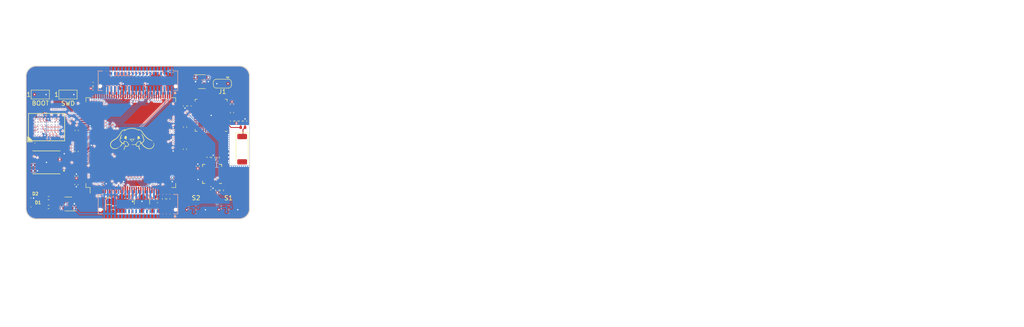
<source format=kicad_pcb>
(kicad_pcb (version 20211014) (generator pcbnew)
  (layers (0 "F.Cu" signal "Top") (1 "In1.Cu" signal "Signal1") (2 "In2.Cu" signal "GND") (3 "In3.Cu" signal "Power") (4 "In4.Cu" signal "Signal2") (31 "B.Cu" signal) (34 "B.Paste" user) (35 "F.Paste" user) (36 "B.SilkS" user "B.Silkscreen") (37 "F.SilkS" user "F.Silkscreen") (38 "B.Mask" user) (39 "F.Mask" user) (44 "Edge.Cuts" user))
  (net 0 "")
  (net 1 "+3V3")
  (net 2 "GND")
  (net 3 "+5V")
  (net 4 "Net-(C10-Pad1)")
  (net 5 "/VCAP_1")
  (net 6 "/VCAP_2")
  (net 7 "/PC14")
  (net 8 "/PC15")
  (net 9 "/VREF+")
  (net 10 "/NRST")
  (net 11 "Net-(D1-Pad2)")
  (net 12 "Net-(D2-Pad2)")
  (net 13 "/PC13")
  (net 14 "/FSMC_A19")
  (net 15 "/FSMC_A20")
  (net 16 "/FSMC_A21")
  (net 17 "/FSMC_A0")
  (net 18 "/FSMC_A1")
  (net 19 "/PH0")
  (net 20 "/PH1")
  (net 21 "/FSMC_A2")
  (net 22 "/FSMC_A3")
  (net 23 "/FSMC_A4")
  (net 24 "/FSMC_A5")
  (net 25 "/FSMC_A6")
  (net 26 "/FSMC_A7")
  (net 27 "/FSMC_A8")
  (net 28 "/FSMC_A9")
  (net 29 "/FSMC_A10")
  (net 30 "/FSMC_A11")
  (net 31 "/FSMC_D4")
  (net 32 "/FSMC_D5")
  (net 33 "/FSMC_D6")
  (net 34 "/FSMC_D7")
  (net 35 "/FSMC_D8")
  (net 36 "/FSMC_D9")
  (net 37 "/FSMC_D10")
  (net 38 "/FSMC_D11")
  (net 39 "/FSMC_D12")
  (net 40 "/FSMC_D13")
  (net 41 "/FSMC_D14")
  (net 42 "/FSMC_D15")
  (net 43 "/FSMC_A16")
  (net 44 "/FSMC_A17")
  (net 45 "/FSMC_A18")
  (net 46 "/FSMC_D0")
  (net 47 "/FSMC_D1")
  (net 48 "/FSMC_A12")
  (net 49 "/FSMC_A13")
  (net 50 "/FSMC_A14")
  (net 51 "/FSMC_A15")
  (net 52 "/FSMC_D2")
  (net 53 "/FSMC_D3")
  (net 54 "/FSMC_NOE")
  (net 56 "/FSMC_NWE")
  (net 57 "/FSMC_NE1")
  (net 58 "/BOOT0")
  (net 59 "/FSMC_NBL0")
  (net 60 "/FSMC_NBL1")
  (net 65 "Net-(C28-Pad2)")
  (net 66 "Net-(C32-Pad1)")
  (net 67 "Net-(C33-Pad1)")
  (net 68 "/I2C2_SDA")
  (net 69 "Net-(R6-Pad1)")
  (net 70 "/I2C2_SCL")
  (net 71 "/SPI2_SCK")
  (net 72 "/SPI2_NSS")
  (net 73 "/SPI2_MOSI")
  (net 74 "/SPI2_MISO")
  (net 75 "Net-(C36-Pad1)")
  (net 76 "/EN")
  (net 77 "Net-(C40-Pad1)")
  (net 78 "Net-(AE1-Pad1)")
  (net 79 "/IO0")
  (net 80 "/UART5_TX")
  (net 81 "/UART5_RX")
  (net 111 "/U1TXD")
  (net 112 "/U1RXD")
  (net 118 "/PA0")
  (net 119 "/PA13")
  (net 120 "/D-")
  (net 121 "/D+")
  (net 122 "/PA10")
  (net 123 "/PA9")
  (net 124 "/PA8")
  (net 125 "/PC9")
  (net 126 "/PC8")
  (net 127 "/PC7")
  (net 128 "/PC6")
  (net 129 "/PG8")
  (net 130 "/PG7")
  (net 131 "/PG6")
  (net 132 "/PB15")
  (net 133 "/PB14")
  (net 134 "/PA14")
  (net 135 "/PA15")
  (net 136 "/PC10")
  (net 137 "/PC11")
  (net 138 "/PD3")
  (net 139 "/PD6")
  (net 140 "/PG14")
  (net 141 "/PG13")
  (net 142 "/PG12")
  (net 143 "/PG11")
  (net 144 "/PG10")
  (net 145 "/PG9")
  (net 146 "/PB3")
  (net 147 "/PB4")
  (net 148 "/PB5")
  (net 149 "/PB6")
  (net 150 "/PB7")
  (net 151 "/PB8")
  (net 152 "/PB9")
  (net 153 "/PE6")
  (net 154 "/PF6")
  (net 155 "/PF7")
  (net 156 "/PF8")
  (net 157 "/PF9")
  (net 158 "/PF10")
  (net 159 "/PC1")
  (net 160 "/PC0")
  (net 161 "/PA2")
  (net 162 "/PA1")
  (net 163 "/PA3")
  (net 164 "/PA4")
  (net 165 "/PA5")
  (net 166 "/PA6")
  (net 167 "/PA7")
  (net 168 "/PC4")
  (net 169 "/PC5")
  (net 170 "/PB0")
  (net 171 "/PB1")
  (net 172 "/PB2")
  (net 173 "/PF11")
  (net 174 "/PE2")
  (footprint "Resistor_SMD:R_0402_1005Metric" (layer "F.Cu") (at 78.73 79.2 90)
    (fp_text reference "R7" hide)
    (fp_text value "2K2")
  )
  (footprint "Crystal:OSC_CSTCE12M0G15L08-R0" (layer "F.Cu") (at 61.76 81.69)
    (fp_text reference "Y1" hide)
    (fp_text value "CSTCE12M0G15L08-R0")
  )
  (footprint "Package_QFP:LQFP-144_20x20mm_P0.5mm" (layer "F.Cu") (at 59.25 68.45 90)
    (fp_text reference "U1" hide)
    (fp_text value "STM32F407ZGTx")
  )
  (footprint "Capacitor_SMD:C_0402_1005Metric" (layer "F.Cu") (at 66.69 81.13 -90)
    (fp_text reference "C23" hide)
    (fp_text value "0.1uF")
  )
  (footprint "Audio_Module:Cine" (layer "F.Cu") (at 59.55 67.94)
    (fp_text reference "G***" hide)
    (fp_text value "LOGO" hide)
  )
  (footprint "Capacitor_SMD:C_0402_1005Metric" (layer "F.Cu") (at 84.97 63.6 90)
    (fp_text reference "C41" hide)
    (fp_text value "DNF")
  )
  (footprint "Capacitor_SMD:C_0402_1005Metric" (layer "F.Cu") (at 57.24 56.26)
    (fp_text reference "C3" hide)
    (fp_text value "0.1uF")
  )
  (footprint "Capacitor_SMD:C_0402_1005Metric" (layer "F.Cu") (at 67.68 81.13 -90)
    (fp_text reference "C12" hide)
    (fp_text value "0.1uF")
  )
  (footprint "LED_SMD:LED_0402_1005Metric" (layer "F.Cu") (at 37.845 82.94)
    (fp_text reference "D1")
    (fp_text value "LED")
  )
  (footprint "Inductor_SMD:L_0402_1005Metric" (layer "F.Cu") (at 84.48 65.05)
    (fp_text reference "L1" hide)
    (fp_text value "DNF")
  )
  (footprint "Capacitor_SMD:C_0402_1005Metric" (layer "F.Cu") (at 71.44 69.95 -90)
    (fp_text reference "C18" hide)
    (fp_text value "0.1uF")
  )
  (footprint "Userlib:TFBGA-48_L8.0-W6.0-R8-C6-P0.75-TL" (layer "F.Cu") (at 40.28 64.97 90)
    (fp_text reference "U2" hide)
    (fp_text value "IS66WVE4M16EBLL-70BLI")
  )
  (footprint "Capacitor_SMD:C_0402_1005Metric" (layer "F.Cu") (at 72.44 60.21 -90)
    (fp_text reference "C21" hide)
    (fp_text value "2.2uF")
  )
  (footprint "Capacitor_SMD:C_0402_1005Metric" (layer "F.Cu") (at 55.21 83.61 -90)
    (fp_text reference "C16" hide)
    (fp_text value "12.5pF")
  )
  (footprint "Capacitor_SMD:C_0402_1005Metric" (layer "F.Cu") (at 77.28 78.73)
    (fp_text reference "C32" hide)
    (fp_text value "2.2nF")
  )
  (footprint "Capacitor_SMD:C_0402_1005Metric" (layer "F.Cu") (at 83.01 63.6 90)
    (fp_text reference "C38" hide)
    (fp_text value "10uF")
  )
  (footprint "Jumper:SolderJumper-3_P1.3mm_Open_Pad1.0x1.5mm_NumberLabels" (layer "F.Cu") (at 45.11 57.64)
    (fp_text reference "SWD")
    (fp_text value "SolderJumper_3_Open")
  )
  (footprint "Capacitor_SMD:C_0402_1005Metric" (layer "F.Cu") (at 62.75 56.27)
    (fp_text reference "C1" hide)
    (fp_text value "0.1uF")
  )
  (footprint "Capacitor_SMD:C_0402_1005Metric" (layer "F.Cu") (at 47.05 70.45 90)
    (fp_text reference "C6" hide)
    (fp_text value "0.1uF")
  )
  (footprint "Capacitor_SMD:C_0402_1005Metric" (layer "F.Cu") (at 47.07 65.7 90)
    (fp_text reference "C5" hide)
    (fp_text value "0.1uF")
  )
  (footprint "Capacitor_SMD:C_0402_1005Metric" (layer "F.Cu") (at 65.25 81.62)
    (fp_text reference "C14" hide)
    (fp_text value "1uF")
  )
  (footprint "Capacitor_SMD:C_0402_1005Metric" (layer "F.Cu") (at 53.25 83.61 -90)
    (fp_text reference "C15" hide)
    (fp_text value "12.5pF")
  )
  (footprint "Capacitor_SMD:C_0402_1005Metric" (layer "F.Cu") (at 76.75 71.77 90)
    (fp_text reference "C33" hide)
    (fp_text value "0.1uF")
  )
  (footprint "Package_DFN_QFN:QFN-48-1EP_7x7mm_P0.5mm_EP5.3x5.3mm" (layer "F.Cu") (at 77.33 62.3 180)
    (fp_text reference "U7" hide)
    (fp_text value "ESP32-PICO-D4")
  )
  (footprint "Sensor_Motion:InvenSense_QFN-24_4x4mm_P0.5mm" (layer "F.Cu") (at 77.55 75.5 180)
    (fp_text reference "U4" hide)
    (fp_text value "MPU-6050")
  )
  (footprint "Jumper:SolderJumper-3_P1.3mm_Open_RoundedPad1.0x1.5mm" (layer "F.Cu") (at 79.86 55.18 180)
    (fp_text reference "J1")
    (fp_text value "IO0")
  )
  (footprint "Capacitor_SMD:C_0402_1005Metric" (layer "F.Cu") (at 83.99 63.6 90)
    (fp_text reference "C40" hide)
    (fp_text value "DNF")
  )
  (footprint "LED_SMD:LED_0402_1005Metric" (layer "F.Cu") (at 37.845 80.95)
    (fp_text reference "D2")
    (fp_text value "LED")
  )
  (footprint "Capacitor_SMD:C_0402_1005Metric" (layer "F.Cu") (at 50.75 55.26 180)
    (fp_text reference "C22" hide)
    (fp_text value "2.2uF")
  )
  (footprint "Capacitor_SMD:C_0402_1005Metric" (layer "F.Cu") (at 71.45 64.96 -90)
    (fp_text reference "C19" hide)
    (fp_text value "0.1uF")
  )
  (footprint "Resistor_SMD:R_0402_1005Metric" (layer "F.Cu") (at 40.75 80.95 180)
    (fp_text reference "R2" hide)
    (fp_text value "1K")
  )
  (footprint "Capacitor_SMD:C_0402_1005Metric" (layer "F.Cu") (at 71.44 60.21 -90)
    (fp_text reference "C20" hide)
    (fp_text value "0.1uF")
  )
  (footprint "Capacitor_SMD:C_0402_1005Metric" (layer "F.Cu") (at 82.03 61.7 90)
    (fp_text reference "C37" hide)
    (fp_text value "0.1uF")
  )
  (footprint "Capacitor_SMD:C_0402_1005Metric" (layer "F.Cu") (at 47 77.91 -90)
    (fp_text reference "C7" hide)
    (fp_text value "0.1uF")
  )
  (footprint "Jumper:SolderJumper-3_P1.3mm_Open_Pad1.0x1.5mm_NumberLabels" (layer "F.Cu") (at 38.87 57.64)
    (fp_text reference "BOOT")
    (fp_text value "SolderJumper_3_Open")
  )
  (footprint "Userlib:CRYSTAL-SMD_L3.2-W1.5-FC-135R32.7680KF-A3" (layer "F.Cu") (at 54.25 81.65)
    (fp_text reference "Y2" hide)
    (fp_text value "CRYSTAY-3215_32.768K")
  )
  (footprint "Resistor_SMD:R_0402_1005Metric" (layer "F.Cu") (at 77.8 71.79 90)
    (fp_text reference "R6" hide)
    (fp_text value "4K7")
  )
  (footprint "Capacitor_SMD:C_0402_1005Metric" (layer "F.Cu") (at 47 76 90)
    (fp_text reference "C11" hide)
    (fp_text value "0.1uF")
  )
  (footprint "Capacitor_SMD:C_0402_1005Metric" (layer "F.Cu") (at 78.85 71.77 -90)
    (fp_text reference "C28" hide)
    (fp_text value "10nF")
  )
  (footprint "Button_Switch_SMD:SKRK" (layer "F.Cu") (at 73.92434 83.56 180)
    (fp_text reference "S2")
    (fp_text value "SKRKAEE010_Button")
  )
  (footprint "Capacitor_SMD:C_0402_1005Metric" (layer "F.Cu") (at 57.86 80.63 180)
    (fp_text reference "C8" hide)
    (fp_text value "0.1uF")
  )
  (footprint "RF_Antenna:Johanson_2450AT43F0100" (layer "F.Cu") (at 84.31 69.9375 -90)
    (fp_text reference "AE1" hide)
    (fp_text value "Antenna")
  )
  (footprint "Capacitor_SMD:C_0402_1005Metric" (layer "F.Cu") (at 50.75 56.26)
    (fp_text reference "C4" hide)
    (fp_text value "0.1uF")
  )
  (footprint "Resistor_SMD:R_0402_1005Metric" (layer "F.Cu") (at 82.03 59.78 -90)
    (fp_text reference "R8" hide)
    (fp_text value "10K")
  )
  (footprint "Resistor_SMD:R_0402_1005Metric" (layer "F.Cu") (at 79.74 79.2 90)
    (fp_text reference "R5" hide)
    (fp_text value "2K2")
  )
  (footprint "Capacitor_SMD:C_0402_1005Metric" (layer "F.Cu") (at 82.03 63.6 90)
    (fp_text reference "C39" hide)
    (fp_text value "0.1uF")
  )
  (footprint "Resistor_SMD:R_0402_1005Metric" (layer "F.Cu") (at 40.75 82.94 180)
    (fp_text reference "R1" hide)
    (fp_text value "1K")
  )
  (footprint "Capacitor_SMD:C_0402_1005Metric" (layer "F.Cu") (at 65.25 80.63)
    (fp_text reference "C11" hide)
    (fp_text value "0.1uF")
  )
  (footprint "Button_Switch_SMD:SKRK" (layer "F.Cu") (at 81.22 83.56 180)
    (fp_text reference "S1")
    (fp_text value "User_Key0")
  )
  (footprint "Package_TO_SOT_SMD:SOT-23-5" (layer "F.Cu") (at 75.27 54.73)
    (fp_text reference "U6" hide)
    (fp_text value "LP2992-3V3")
  )
  (footprint "Capacitor_SMD:C_0402_1005Metric" (layer "F.Cu") (at 74.33 73.76 -90)
    (fp_text reference "C30" hide)
    (fp_text value "0.1uF")
  )
  (footprint "Package_TO_SOT_SMD:SOT-23-5" (layer "F.Cu") (at 45.18 82.27 180)
    (fp_text reference "U3" hide)
    (fp_text value "LP2992-3V3")
  )
  (footprint "Userlib:WSON-8_L6.0-W5.0-P1.27-BL-EP" (layer "F.Cu") (at 40.26 72.9 90)
    (fp_text reference "U5" hide)
    (fp_text value "W25Q128JWPIQ")
  )
  (footprint "Capacitor_SMD:C_0402_1005Metric" (layer "B.Cu") (at 37.74 73.52)
    (fp_text reference "C29" hide)
    (fp_text value "0.1uF")
  )
  (footprint "Capacitor_SMD:C_0402_1005Metric" (layer "B.Cu") (at 43.67 82.73 90)
    (fp_text reference "C9" hide)
    (fp_text value "4.7uF")
  )
  (footprint "Capacitor_SMD:C_0402_1005Metric" (layer "B.Cu") (at 81.3 84.03)
    (fp_text reference "C24" hide)
    (fp_text value "10uF")
  )
  (footprint "Resistor_SMD:R_0402_1005Metric" (layer "B.Cu") (at 81.3 83.03 180)
    (fp_text reference "R4" hide)
    (fp_text value "10K")
  )
  (footprint "Resistor_SMD:R_0402_1005Metric" (layer "B.Cu") (at 73.92 83.11)
    (fp_text reference "R3" hide)
    (fp_text value "4K7")
  )
  (footprint "Capacitor_SMD:C_0402_1005Metric" (layer "B.Cu") (at 40.28 62.09)
    (fp_text reference "C27" hide)
    (fp_text value "1uF")
  )
  (footprint "Capacitor_SMD:C_0402_1005Metric" (layer "B.Cu") (at 68.57 76.77 -90)
    (fp_text reference "C17" hide)
    (fp_text value "0.1uF")
  )
  (footprint "Capacitor_SMD:C_0402_1005Metric" (layer "B.Cu") (at 40.28 67.66 180)
    (fp_text reference "C26" hide)
    (fp_text value "0.1uF")
  )
  (footprint "Capacitor_SMD:C_0402_1005Metric" (layer "B.Cu") (at 37.74 74.8)
    (fp_text reference "C31" hide)
    (fp_text value "1uF")
  )
  (footprint "Capacitor_SMD:C_0402_1005Metric" (layer "B.Cu") (at 46.54 82.72 90)
    (fp_text reference "C2" hide)
    (fp_text value "1uF")
  )
  (footprint "Userlib:CONN-SMD_40P-P0.80_BTB_0.8_2X20_N" (layer "B.Cu") (at 60.86 54.54 180)
    (fp_text reference "CN2" hide)
    (fp_text value "BTB_0.8_2X20_N")
  )
  (footprint "Capacitor_SMD:C_0402_1005Metric" (layer "B.Cu") (at 45.1 82.28)
    (fp_text reference "C10" hide)
    (fp_text value "0.01uF")
  )
  (footprint "Capacitor_SMD:C_0402_1005Metric" (layer "B.Cu") (at 53.25 77.72)
    (fp_text reference "C13" hide)
    (fp_text value "0.1uF")
  )
  (footprint "Userlib:CONN-SMD_40P-P0.80_BTB_0.8_2X20_N" (layer "B.Cu") (at 60.86 82.31 180)
    (fp_text reference "CN1" hide)
    (fp_text value "BTB_0.8_2X20_N")
  )
  (footprint "Capacitor_SMD:C_0402_1005Metric" (layer "B.Cu") (at 73.91 84.12)
    (fp_text reference "C25" hide)
    (fp_text value "0.1uF")
  )
  (footprint "Capacitor_SMD:C_0402_1005Metric" (layer "B.Cu") (at 75.275 54.7 180)
    (fp_text reference "C36" hide)
    (fp_text value "0.01uF")
  )
  (footprint "Capacitor_SMD:C_0402_1005Metric" (layer "B.Cu") (at 73.83 54.25 -90)
    (fp_text reference "C34" hide)
    (fp_text value "1uF")
  )
  (footprint "Capacitor_SMD:C_0402_1005Metric" (layer "B.Cu") (at 76.72 54.25 -90)
    (fp_text reference "C35" hide)
    (fp_text value "4.7uF")
  )
  (gr_line (start 83.69 51.19) (end 37.95 51.19) (layer "Edge.Cuts") (width 0.15))
  (gr_line (start 85.993654 83.353654) (end 85.993654 53.49) (layer "Edge.Cuts") (width 0.15))
  (gr_line (start 35.65 53.5) (end 35.65 83.34) (layer "Edge.Cuts") (width 0.15))
  (gr_arc (start 37.96 85.64) (mid 36.329829 84.967236) (end 35.65 83.34) (layer "Edge.Cuts") (width 0.15))
  (gr_line (start 37.96 85.64) (end 83.693654 85.64) (layer "Edge.Cuts") (width 0.15))
  (gr_arc (start 35.65 53.5) (mid 36.322764 51.869829) (end 37.95 51.19) (layer "Edge.Cuts") (width 0.15))
  (gr_arc (start 83.69 51.19) (mid 85.317585 51.863486) (end 85.993654 53.49) (layer "Edge.Cuts") (width 0.15))
  (gr_arc (start 85.993654 83.34) (mid 85.32 84.966346) (end 83.693654 85.64) (layer "Edge.Cuts") (width 0.15))
  (segment (start 68.84 69.7) (end 68.76 69.62) (width 0.2) (layer "F.Cu") (net 1))
  (segment (start 47.22 76.7) (end 47 76.48) (width 0.2) (layer "F.Cu") (net 1))
  (segment (start 68.66 76.2) (end 68.57 76.29) (width 0.1) (layer "F.Cu") (net 1))
  (segment (start 73.23 66.34) (end 73.67 66.78) (width 0.2) (layer "F.Cu") (net 1))
  (segment (start 78.73 79.71) (end 79.74 79.71) (width 0.2) (layer "F.Cu") (net 1))
  (segment (start 47.05 70.93) (end 47.28 70.7) (width 0.2) (layer "F.Cu") (net 1))
  (segment (start 62.5 57.7875) (end 62.5 56.5) (width 0.2) (layer "F.Cu") (net 1))
  (segment (start 80.179511 65.050489) (end 80.289511 65.050489) (width 0.2) (layer "F.Cu") (net 1))
  (segment (start 79.210489 65.149511) (end 79.409937 65.149511) (width 0.2) (layer "F.Cu") (net 1))
  (segment (start 80.32 64.05) (end 80.179511 64.190489) (width 0.2) (layer "F.Cu") (net 1))
  (segment (start 74.909937 65.149511) (end 74.58 65.479448) (width 0.2) (layer "F.Cu") (net 1))
  (segment (start 47.55 65.7) (end 47.07 66.18) (width 0.2) (layer "F.Cu") (net 1))
  (segment (start 66.5 79.738229) (end 66.932251 80.17048) (width 0.2) (layer "F.Cu") (net 1))
  (segment (start 73.67 66.78) (end 74.39 66.78) (width 0.2) (layer "F.Cu") (net 1))
  (segment (start 69.9125 69.7) (end 71.21 69.7) (width 0.2) (layer "F.Cu") (net 1))
  (segment (start 80.78 64.05) (end 82 64.05) (width 0.2) (layer "F.Cu") (net 1))
  (segment (start 79.409937 65.149511) (end 80.190489 65.149511) (width 0.2) (layer "F.Cu") (net 1))
  (segment (start 65 79.1125) (end 65 77.87) (width 0.2) (layer "F.Cu") (net 1))
  (segment (start 50.27 56.26) (end 50.5 56.49) (width 0.2) (layer "F.Cu") (net 1))
  (segment (start 77.58 65.33) (end 77.760489 65.149511) (width 0.2) (layer "F.Cu") (net 1))
  (segment (start 48.5875 70.7) (end 49.53 70.7) (width 0.2) (layer "F.Cu") (net 1))
  (segment (start 66.932251 80.17048) (end 67.20048 80.17048) (width 0.2) (layer "F.Cu") (net 1))
  (segment (start 74.58 66.59) (end 74.58 65.75) (width 0.2) (layer "F.Cu") (net 1))
  (segment (start 41.26 82.94) (end 43.39 82.94) (width 0.1) (layer "F.Cu") (net 1))
  (segment (start 69.9125 69.7) (end 68.84 69.7) (width 0.2) (layer "F.Cu") (net 1))
  (segment (start 68.9205 64.7) (end 69.9125 64.7) (width 0.2) (layer "F.Cu") (net 1))
  (segment (start 80.179511 64.190489) (end 80.179511 59.450489) (width 0.2) (layer "F.Cu") (net 1))
  (segment (start 65 79.1125) (end 65 78.486771) (width 0.2) (layer "F.Cu") (net 1))
  (segment (start 48.5875 77.2) (end 47.23 77.2) (width 0.2) (layer "F.Cu") (net 1))
  (segment (start 66.5 77.95) (end 66.44 77.89) (width 0.2) (layer "F.Cu") (net 1))
  (segment (start 67.20048 80.17048) (end 67.68 80.65) (width 0.2) (layer "F.Cu") (net 1))
  (segment (start 56.76 55.42) (end 57.01 55.17) (width 0.2) (layer "F.Cu") (net 1))
  (segment (start 48.5875 65.7) (end 49.65098 65.7) (width 0.2) (layer "F.Cu") (net 1))
  (segment (start 47.23 77.2) (end 47 77.43) (width 0.2) (layer "F.Cu") (net 1))
  (segment (start 47 77.43) (end 47 76.48) (width 0.2) (layer "F.Cu") (net 1))
  (segment (start 77.08 59.13) (end 77.08 58.85) (width 0.2) (layer "F.Cu") (net 1))
  (segment (start 80.179511 59.450489) (end 77.400489 59.450489) (width 0.2) (layer "F.Cu") (net 1))
  (segment (start 58.5 79.1125) (end 58.5 80.47) (width 0.2) (layer "F.Cu") (net 1))
  (segment (start 56.76 56.26) (end 57 56.5) (width 0.2) (layer "F.Cu") (net 1))
  (segment (start 69.9125 64.7) (end 71.23 64.7) (width 0.2) (layer "F.Cu") (net 1))
  (segment (start 71.44 59.73) (end 69.9425 59.73) (width 0.2) (layer "F.Cu") (net 1))
  (segment (start 62.27 55.4) (end 62.48 55.19) (width 0.2) (layer "F.Cu") (net 1))
  (segment (start 77.760489 65.149511) (end 74.909937 65.149511) (width 0.2) (layer "F.Cu") (net 1))
  (segment (start 49.65098 65.7) (end 50.07 65.28098) (width 0.2) (layer "F.Cu") (net 1))
  (segment (start 71.45 64.48) (end 72.06 64.48) (width 0.2) (layer "F.Cu") (net 1))
  (segment (start 74.39 66.78) (end 74.58 66.59) (width 0.2) (layer "F.Cu") (net 1))
  (segment (start 77.58 65.75) (end 77.58 65.33) (width 0.2) (layer "F.Cu") (net 1))
  (segment (start 47.28 70.7) (end 48.5875 70.7) (width 0.2) (layer "F.Cu") (net 1))
  (segment (start 71.21 69.7) (end 71.44 69.47) (width 0.2) (layer "F.Cu") (net 1))
  (segment (start 77.760489 65.149511) (end 79.409937 65.149511) (width 0.2) (layer "F.Cu") (net 1))
  (segment (start 50.5 56.49) (end 50.5 57.7875) (width 0.2) (layer "F.Cu") (net 1))
  (segment (start 56.76 56.26) (end 56.76 55.42) (width 0.2) (layer "F.Cu") (net 1))
  (segment (start 66.5 79.1125) (end 66.5 79.738229) (width 0.2) (layer "F.Cu") (net 1))
  (segment (start 69.9125 76.2) (end 68.66 76.2) (width 0.1) (layer "F.Cu") (net 1))
  (segment (start 66.5 79.1125) (end 66.5 77.95) (width 0.2) (layer "F.Cu") (net 1))
  (segment (start 80.78 63.55) (end 80.78 64.05) (width 0.2) (layer "F.Cu") (net 1))
  (segment (start 65 79.1125) (end 65 80.4) (width 0.2) (layer "F.Cu") (net 1))
  (segment (start 58.5 80.47) (end 58.34 80.63) (width 0.2) (layer "F.Cu") (net 1))
  (segment (start 74.34 74.25) (end 74.33 74.24) (width 0.2) (layer "F.Cu") (net 1))
  (segment (start 58.5 78.18) (end 58.6 78.08) (width 0.2) (layer "F.Cu") (net 1))
  (segment (start 62.5 56.5) (end 62.27 56.27) (width 0.2) (layer "F.Cu") (net 1))
  (segment (start 57 56.5) (end 57 57.7875) (width 0.2) (layer "F.Cu") (net 1))
  (segment (start 64.77 80.63) (end 64.77 81.62) (width 0.2) (layer "F.Cu") (net 1))
  (segment (start 66.5 78.486771) (end 66.5 79.1125) (width 0.2) (layer "F.Cu") (net 1))
  (segment (start 43.39 82.94) (end 43.66 83.21) (width 0.1) (layer "F.Cu") (net 1))
  (segment (start 79.08 65.75) (end 79.08 65.28) (width 0.2) (layer "F.Cu") (net 1))
  (segment (start 65 80.4) (end 64.77 80.63) (width 0.2) (layer "F.Cu") (net 1))
  (segment (start 75.6 74.25) (end 74.34 74.25) (width 0.2) (layer "F.Cu") (net 1))
  (segment (start 48.5875 65.7) (end 47.55 65.7) (width 0.2) (layer "F.Cu") (net 1))
  (segment (start 80.289511 65.050489) (end 80.29 65.05) (width 0.2) (layer "F.Cu") (net 1))
  (segment (start 53 79.1125) (end 53 77.95) (width 0.2) (layer "F.Cu") (net 1))
  (segment (start 68.802384 64.581884) (end 68.9205 64.7) (width 0.2) (layer "F.Cu") (net 1))
  (segment (start 62.27 56.27) (end 62.27 55.4) (width 0.2) (layer "F.Cu") (net 1))
  (segment (start 74.58 65.479448) (end 74.58 65.75) (width 0.2) (layer "F.Cu") (net 1))
  (segment (start 83.01 64.08) (end 82.03 64.08) (width 0.2) (layer "F.Cu") (net 1))
  (segment (start 72.06 64.48) (end 73.23 65.65) (width 0.2) (layer "F.Cu") (net 1))
  (segment (start 77.400489 59.450489) (end 77.08 59.13) (width 0.2) (layer "F.Cu") (net 1))
  (segment (start 71.23 64.7) (end 71.45 64.48) (width 0.2) (layer "F.Cu") (net 1))
  (segment (start 79.08 65.28) (end 79.210489 65.149511) (width 0.2) (layer "F.Cu") (net 1))
  (segment (start 69.9125 59.7) (end 68.81 59.7) (width 0.2) (layer "F.Cu") (net 1))
  (segment (start 73.23 65.65) (end 73.23 66.34) (width 0.2) (layer "F.Cu") (net 1))
  (segment (start 53 77.95) (end 52.77 77.72) (width 0.2) (layer "F.Cu") (net 1))
  (segment (start 80.179511 64.190489) (end 80.179511 65.050489) (width 0.2) (layer "F.Cu") (net 1))
  (segment (start 69.9425 59.73) (end 69.9125 59.7) (width 0.2) (layer "F.Cu") (net 1))
  (segment (start 49.53 70.7) (end 50.99 69.24) (width 0.2) (layer "F.Cu") (net 1))
  (segment (start 48.5875 76.7) (end 47.22 76.7) (width 0.2) (layer "F.Cu") (net 1))
  (segment (start 80.29 65.05) (end 80.78 65.05) (width 0.2) (layer "F.Cu") (net 1))
  (segment (start 82 64.05) (end 82.03 64.08) (width 0.2) (layer "F.Cu") (net 1))
  (segment (start 80.190489 65.149511) (end 80.29 65.05) (width 0.2) (layer "F.Cu") (net 1))
  (segment (start 80.78 64.05) (end 80.32 64.05) (width 0.2) (layer "F.Cu") (net 1))
  (segment (start 58.5 79.1125) (end 58.5 78.18) (width 0.2) (layer "F.Cu") (net 1))
  (via (at 57.01 55.17) (size 0.4) (drill 0.3) (layers "F.Cu" "B.Cu") (net 1))
  (via (at 37.26 74.82) (size 0.55) (drill 0.35) (layers "F.Cu" "B.Cu") (net 1))
  (via (at 47 76.48) (size 0.4) (drill 0.3) (layers "F.Cu" "B.Cu") (net 1))
  (via (at 82.03 59.27) (size 0.4) (drill 0.3) (layers "F.Cu" "B.Cu") (net 1))
  (via (at 43.26 72.26) (size 0.55) (drill 0.35) (layers "F.Cu" "B.Cu") (net 1))
  (via (at 68.57 76.29) (size 0.4) (drill 0.3) (layers "F.Cu" "B.Cu") (net 1))
  (via (at 83.01 64.08) (size 0.4) (drill 0.3) (layers "F.Cu" "B.Cu") (net 1))
  (via (at 37.65 63.1) (size 0.4) (drill 0.3) (layers "F.Cu" "B.Cu") (net 1))
  (via (at 68.802384 64.581884) (size 0.4) (drill 0.3) (layers "F.Cu" "B.Cu") (net 1))
  (via (at 65 77.87) (size 0.4) (drill 0.3) (layers "F.Cu" "B.Cu") (net 1))
  (via (at 50.99 69.24) (size 0.4) (drill 0.3) (layers "F.Cu" "B.Cu") (net 1))
  (via (at 66.44 77.89) (size 0.4) (drill 0.3) (layers "F.Cu" "B.Cu") (net 1))
  (via (at 68.81 59.7) (size 0.4) (drill 0.3) (layers "F.Cu" "B.Cu") (net 1))
  (via (at 74.34 74.25) (size 0.4) (drill 0.3) (layers "F.Cu" "B.Cu") (net 1))
  (via (at 76.72 53.77) (size 0.55) (drill 0.35) (layers "F.Cu" "B.Cu") (net 1))
  (via (at 37.57 57.64) (size 0.4) (drill 0.3) (layers "F.Cu" "B.Cu") (net 1))
  (via (at 68.76 69.62) (size 0.4) (drill 0.3) (layers "F.Cu" "B.Cu") (net 1))
  (via (at 81.13 55.19) (size 0.4) (drill 0.3) (layers "F.Cu" "B.Cu") (net 1))
  (via (at 62.48 55.19) (size 0.4) (drill 0.3) (layers "F.Cu" "B.Cu") (net 1))
  (via (at 78.73 79.71) (size 0.4) (drill 0.3) (layers "F.Cu" "B.Cu") (net 1))
  (via (at 58.6 78.08) (size 0.4) (drill 0.3) (layers "F.Cu" "B.Cu") (net 1))
  (via (at 37.26 73.53) (size 0.55) (drill 0.35) (layers "F.Cu" "B.Cu") (net 1))
  (via (at 50.07 65.28098) (size 0.4) (drill 0.3) (layers "F.Cu" "B.Cu") (net 1))
  (via (at 40.65 66.85) (size 0.4) (drill 0.3) (layers "F.Cu" "B.Cu") (net 1))
  (via (at 39.9 63.1) (size 0.4) (drill 0.3) (layers "F.Cu" "B.Cu") (net 1))
  (via (at 52.77 77.72) (size 0.4) (drill 0.3) (layers "F.Cu" "B.Cu") (net 1))
  (via (at 50.27 56.26) (size 0.4) (drill 0.3) (layers "F.Cu" "B.Cu") (net 1))
  (via (at 43.66 83.21) (size 0.55) (drill 0.35) (layers "F.Cu" "B.Cu") (net 1))
  (segment (start 78.73 79.71) (end 79.7 80.68) (width 0.2) (layer "B.Cu") (net 1))
  (segment (start 39.8 63) (end 39.9 63.1) (width 0.3) (layer "B.Cu") (net 1))
  (segment (start 75.02952 82.51048) (end 74.43 83.11) (width 0.2) (layer "B.Cu") (net 1))
  (segment (start 79.7 80.68) (end 81.23 80.68) (width 0.2) (layer "B.Cu") (net 1))
  (segment (start 81.81 81.26) (end 81.81 83.03) (width 0.2) (layer "B.Cu") (net 1))
  (segment (start 39.500489 62.700489) (end 39.9 63.1) (width 0.2) (layer "B.Cu") (net 1))
  (segment (start 81.29048 82.51048) (end 75.02952 82.51048) (width 0.2) (layer "B.Cu") (net 1))
  (segment (start 39.8 62.09) (end 39.8 63) (width 0.3) (layer "B.Cu") (net 1))
  (segment (start 37.26 73.52) (end 37.26 74.8) (width 0.4) (layer "B.Cu") (net 1))
  (segment (start 81.81 83.03) (end 81.29048 82.51048) (width 0.2) (layer "B.Cu") (net 1))
  (segment (start 81.23 80.68) (end 81.81 81.26) (width 0.2) (layer "B.Cu") (net 1))
  (segment (start 40.249511 66.449511) (end 40.249511 63.449511) (width 0.1) (layer "B.Cu") (net 1))
  (segment (start 40.76 67.66) (end 40.76 66.96) (width 0.3) (layer "B.Cu") (net 1))
  (segment (start 40.65 66.85) (end 40.249511 66.449511) (width 0.1) (layer "B.Cu") (net 1))
  (segment (start 40.249511 63.449511) (end 39.9 63.1) (width 0.1) (layer "B.Cu") (net 1))
  (segment (start 38.049511 62.700489) (end 39.500489 62.700489) (width 0.2) (layer "B.Cu") (net 1))
  (segment (start 37.65 63.1) (end 38.049511 62.700489) (width 0.2) (layer "B.Cu") (net 1))
  (segment (start 40.76 66.96) (end 40.65 66.85) (width 0.3) (layer "B.Cu") (net 1))
  (segment (start 69.9125 65.2) (end 71.21 65.2) (width 0.2) (layer "F.Cu") (net 2))
  (segment (start 57.72 55.4) (end 57.52 55.2) (width 0.2) (layer "F.Cu") (net 2))
  (segment (start 65.5 77.87) (end 65.51 77.86) (width 0.2) (layer "F.Cu") (net 2))
  (segment (start 70.79952 77.032001) (end 70.79952 77.367999) (width 0.1) (layer "F.Cu") (net 2))
  (segment (start 47.09 65.2) (end 47.07 65.22) (width 0.2) (layer "F.Cu") (net 2))
  (segment (start 84.96 63.13) (end 84.95 63.12) (width 0.2) (layer "F.Cu") (net 2))
  (segment (start 58 80.01) (end 57.38 80.63) (width 0.2) (layer "F.Cu") (net 2))
  (segment (start 58 79.1125) (end 58 77.57) (width 0.2) (layer "F.Cu") (net 2))
  (segment (start 75.6 76.75) (end 74.4 76.75) (width 0.3) (layer "F.Cu") (net 2))
  (segment (start 76.75 71.29) (end 77.8 71.29) (width 0.2) (layer "F.Cu") (net 2))
  (segment (start 84.95 63.12) (end 82.03 63.12) (width 0.2) (layer "F.Cu") (net 2))
  (segment (start 63.23 55.35) (end 63.1 55.22) (width 0.2) (layer "F.Cu") (net 2))
  (segment (start 70.467519 76.7) (end 70.79952 77.032001) (width 0.1) (layer "F.Cu") (net 2))
  (segment (start 65.74 81.61) (end 65.73 81.62) (width 0.2) (layer "F.Cu") (net 2))
  (segment (start 68.855336 65.2) (end 68.772668 65.117332) (width 0.2) (layer "F.Cu") (net 2))
  (segment (start 68.81952 77.49952) (end 68.57 77.25) (width 0.1) (layer "F.Cu") (net 2))
  (segment (start 57.38 82.300153) (end 57.38 80.63) (width 0.2) (layer "F.Cu") (net 2))
  (segment (start 48.5875 65.2) (end 49.55 65.2) (width 0.2) (layer "F.Cu") (net 2))
  (segment (start 84.96 63.13) (end 84.97 63.12) (width 0.2) (layer "F.Cu") (net 2))
  (segment (start 70.79952 77.367999) (end 70.667999 77.49952) (width 0.1) (layer "F.Cu") (net 2))
  (segment (start 49.55 65.2) (end 50.07 64.68) (width 0.2) (layer "F.Cu") (net 2))
  (segment (start 49.22 70.2) (end 50.36 69.06) (width 0.2) (layer "F.Cu") (net 2))
  (segment (start 50.27 55.3) (end 51.23 56.26) (width 0.2) (layer "F.Cu") (net 2))
  (segment (start 71.21 65.2) (end 71.45 65.44) (width 0.2) (layer "F.Cu") (net 2))
  (segment (start 53.25 84.09) (end 55.21 84.09) (width 0.2) (layer "F.Cu") (net 2))
  (segment (start 69.9125 76.7) (end 70.467519 76.7) (width 0.1) (layer "F.Cu") (net 2))
  (segment (start 57.72 56.26) (end 57.5 56.48) (width 0.2) (layer "F.Cu") (net 2))
  (segment (start 43.273 70.995) (end 44.235 70.995) (width 0.3) (layer "F.Cu") (net 2))
  (segment (start 71.21 70.2) (end 71.44 70.43) (width 0.2) (layer "F.Cu") (net 2))
  (segment (start 68.9305 70.2) (end 68.78 70.3505) (width 0.2) (layer "F.Cu") (net 2))
  (segment (start 58 79.1125) (end 58 80.01) (width 0.2) (layer "F.Cu") (net 2))
  (segment (start 75.98394 76.75) (end 75.6 76.75) (width 0.3) (layer "F.Cu") (net 2))
  (segment (start 48.5875 70.2) (end 49.22 70.2) (width 0.2) (layer "F.Cu") (net 2))
  (segment (start 69.9125 65.2) (end 68.855336 65.2) (width 0.2) (layer "F.Cu") (net 2))
  (segment (start 70.667999 77.49952) (end 68.81952 77.49952) (width 0.1) (layer "F.Cu") (net 2))
  (segment (start 48.5875 65.2) (end 47.09 65.2) (width 0.2) (layer "F.Cu") (net 2))
  (segment (start 65.5 79.1125) (end 65.5 80.4) (width 0.2) (layer "F.Cu") (net 2))
  (segment (start 65.5 79.1125) (end 65.5 77.87) (width 0.2) (layer "F.Cu") (net 2))
  (segment (start 63.23 56.27) (end 63.23 55.35) (width 0.2) (layer "F.Cu") (net 2))
  (segment (start 57.5 56.48) (end 57.5 57.7875) (width 0.2) (layer "F.Cu") (net 2))
  (segment (start 76.8 73.55) (end 76.8 75.93394) (width 0.3) (layer "F.Cu") (net 2))
  (segment (start 37.36 80.95) (end 37.36 82.94) (width 0.4) (layer "F.Cu") (net 2))
  (segment (start 47.28 70.2) (end 47.05 69.97) (width 0.2) (layer "F.Cu") (net 2))
  (segment (start 63 57.7875) (end 63 56.5) (width 0.2) (layer "F.Cu") (net 2))
  (segment (start 57.72 56.26) (end 57.72 55.4) (width 0.2) (layer "F.Cu") (net 2))
  (segment (start 48.5875 70.2) (end 47.28 70.2) (width 0.2) (layer "F.Cu") (net 2))
  (segment (start 77.8 71.29) (end 78.85 71.29) (width 0.2) (layer "F.Cu") (net 2))
  (segment (start 55.21 84.09) (end 55.590153 84.09) (width 0.2) (layer "F.Cu") (net 2))
  (segment (start 44.235 70.995) (end 44.27 70.96) (width 0.3) (layer "F.Cu") (net 2))
  (segment (start 76.8 75.93394) (end 75.98394 76.75) (width 0.3) (layer "F.Cu") (net 2))
  (segment (start 67.68 81.61) (end 65.74 81.61) (width 0.2) (layer "F.Cu") (net 2))
  (segment (start 71.44 60.69) (end 72.44 60.69) (width 0.2) (layer "F.Cu") (net 2))
  (segment (start 55.590153 84.09) (end 57.38 82.300153) (width 0.2) (layer "F.Cu") (net 2))
  (segment (start 69.9125 70.2) (end 68.9305 70.2) (width 0.2) (layer "F.Cu") (net 2))
  (segment (start 69.9125 70.2) (end 71.21 70.2) (width 0.2) (layer "F.Cu") (net 2))
  (segment (start 65.5 80.4) (end 65.73 80.63) (width 0.2) (layer "F.Cu") (net 2))
  (segment (start 50.27 55.26) (end 50.27 55.3) (width 0.2) (layer "F.Cu") (net 2))
  (segment (start 82.03 62.18) (end 82.03 63.12) (width 0.3) (layer "F.Cu") (net 2))
  (segment (start 58 77.57) (end 57.64 77.21) (width 0.2) (layer "F.Cu") (net 2))
  (segment (start 63 56.5) (end 63.23 56.27) (width 0.2) (layer "F.Cu") (net 2))
  (segment (start 74.4 76.75) (end 74.39 76.76) (width 0.3) (layer "F.Cu") (net 2))
  (segment (start 65.73 80.63) (end 65.73 81.62) (width 0.2) (layer "F.Cu") (net 2))
  (via (at 84.96 63.13) (size 0.4) (drill 0.3) (layers "F.Cu" "B.Cu") (net 2))
  (via (at 81.28 67.93) (size 0.4) (drill 0.3) (layers "F.Cu" "B.Cu") (net 2))
  (via (at 83.442572 73.79) (size 0.4) (drill 0.3) (layers "F.Cu" "B.Cu") (net 2))
  (via (at 78.61 55.2) (size 0.4) (drill 0.3) (layers "F.Cu" "B.Cu") (net 2))
  (via (at 37.36 80.95) (size 0.4) (drill 0.3) (layers "F.Cu" "B.Cu") (net 2))
  (via (at 81.28 66.67) (size 0.4) (drill 0.3) (layers "F.Cu" "B.Cu") (net 2))
  (via (at 47 78.39) (size 0.4) (drill 0.3) (layers "F.Cu" "B.Cu") (net 2))
  (via (at 74.39 76.76) (size 0.4) (drill 0.3) (layers "F.Cu" "B.Cu") (net 2))
  (via (at 38.22 74.8) (size 0.4) (drill 0.3) (layers "F.Cu" "B.Cu") (net 2))
  (via (at 85.245144 73.79) (size 0.4) (drill 0.3) (layers "F.Cu" "B.Cu") (net 2))
  (via (at 82.090643 73.79) (size 0.4) (drill 0.3) (layers "F.Cu" "B.Cu") (net 2))
  (via (at 57.64 77.21) (size 0.4) (drill 0.3) (layers "F.Cu" "B.Cu") (net 2))
  (via (at 46.42 57.65) (size 0.4) (drill 0.3) (layers "F.Cu" "B.Cu") (net 2))
  (via (at 46.53 82.24) (size 0.55) (drill 0.35) (layers "F.Cu" "B.Cu") (net 2))
  (via (at 85.695793 73.79) (size 0.4) (drill 0.3) (layers "F.Cu" "B.Cu") (net 2))
  (via (at 81.28 70.03) (size 0.4) (drill 0.3) (layers "F.Cu" "B.Cu") (net 2))
  (via (at 53.73 77.71) (size 0.4) (drill 0.3) (layers "F.Cu" "B.Cu") (net 2))
  (via (at 77.34 62.33) (size 0.4) (drill 0.3) (layers "F.Cu" "B.Cu") (net 2))
  (via (at 40.18 57.64) (size 0.4) (drill 0.3) (layers "F.Cu" "B.Cu") (net 2))
  (via (at 68.772668 65.117332) (size 0.4) (drill 0.3) (layers "F.Cu" "B.Cu") (net 2))
  (via (at 68.57 77.25) (size 0.4) (drill 0.3) (layers "F.Cu" "B.Cu") (net 2))
  (via (at 81.28 68.77) (size 0.4) (drill 0.3) (layers "F.Cu" "B.Cu") (net 2))
  (via (at 81.64 73.79) (size 0.4) (drill 0.3) (layers "F.Cu" "B.Cu") (net 2))
  (via (at 76.72 54.73) (size 0.4) (drill 0.3) (layers "F.Cu" "B.Cu") (net 2))
  (via (at 71.44 60.69) (size 0.4) (drill 0.3) (layers "F.Cu" "B.Cu") (net 2))
  (via (at 81.28 70.87) (size 0.4) (drill 0.3) (layers "F.Cu" "B.Cu") (net 2))
  (via (at 68.78 70.3505) (size 0.4) (drill 0.3) (layers "F.Cu" "B.Cu") (net 2))
  (via (at 81.28 72.97) (size 0.4) (drill 0.3) (layers "F.Cu" "B.Cu") (net 2))
  (via (at 81.28 71.71) (size 0.4) (drill 0.3) (layers "F.Cu" "B.Cu") (net 2))
  (via (at 81.28 69.19) (size 0.4) (drill 0.3) (layers "F.Cu" "B.Cu") (net 2))
  (via (at 61.76 81.69) (size 0.4) (drill 0.3) (layers "F.Cu" "B.Cu") (net 2))
  (via (at 84.343858 73.79) (size 0.4) (drill 0.3) (layers "F.Cu" "B.Cu") (net 2))
  (via (at 44.27 70.96) (size 0.4) (drill 0.3) (layers "F.Cu" "B.Cu") (net 2))
  (via (at 73.82 54.73) (size 0.55) (drill 0.35) (layers "F.Cu" "B.Cu") (net 2))
  (via (at 77.8 71.29) (size 0.4) (drill 0.3) (layers "F.Cu" "B.Cu") (net 2))
  (via (at 81.28 67.51) (size 0.4) (drill 0.3) (layers "F.Cu" "B.Cu") (net 2))
  (via (at 76.04 83.57) (size 0.4) (drill 0.3) (layers "F.Cu" "B.Cu") (net 2))
  (via (at 77.76 78.73) (size 0.4) (drill 0.3) (layers "F.Cu" "B.Cu") (net 2))
  (via (at 65.51 77.86) (size 0.4) (drill 0.3) (layers "F.Cu" "B.Cu") (net 2))
  (via (at 81.28 69.61) (size 0.4) (drill 0.3) (layers "F.Cu" "B.Cu") (net 2))
  (via (at 83.33 83.56) (size 0.4) (drill 0.3) (layers "F.Cu" "B.Cu") (net 2))
  (via (at 81.28 67.09) (size 0.4) (drill 0.3) (layers "F.Cu" "B.Cu") (net 2))
  (via (at 83.893215 73.79) (size 0.4) (drill 0.3) (layers "F.Cu" "B.Cu") (net 2))
  (via (at 74.33 73.28) (size 0.4) (drill 0.3) (layers "F.Cu" "B.Cu") (net 2))
  (via (at 40.26 72.91) (size 0.4) (drill 0.3) (layers "F.Cu" "B.Cu") (net 2))
  (via (at 81.28 68.35) (size 0.4) (drill 0.3) (layers "F.Cu" "B.Cu") (net 2))
  (via (at 50.07 64.68) (size 0.4) (drill 0.3) (layers "F.Cu" "B.Cu") (net 2))
  (via (at 50.36 69.06) (size 0.4) (drill 0.3) (layers "F.Cu" "B.Cu") (net 2))
  (via (at 82.541286 73.79) (size 0.4) (drill 0.3) (layers "F.Cu" "B.Cu") (net 2))
  (via (at 81.28 72.55) (size 0.4) (drill 0.3) (layers "F.Cu" "B.Cu") (net 2))
  (via (at 40.65 63.1) (size 0.4) (drill 0.3) (layers "F.Cu" "B.Cu") (net 2))
  (via (at 82.991929 73.79) (size 0.4) (drill 0.3) (layers "F.Cu" "B.Cu") (net 2))
  (via (at 39.9 66.85) (size 0.4) (drill 0.3) (layers "F.Cu" "B.Cu") (net 2))
  (via (at 57.52 55.2) (size 0.4) (drill 0.3) (layers "F.Cu" "B.Cu") (net 2))
  (via (at 84.794501 73.79) (size 0.4) (drill 0.3) (layers "F.Cu" "B.Cu") (net 2))
  (via (at 63.1 55.22) (size 0.4) (drill 0.3) (layers "F.Cu" "B.Cu") (net 2))
  (via (at 47 75.53) (size 0.4) (drill 0.3) (layers "F.Cu" "B.Cu") (net 2))
  (segment (start 74.795 54.7) (end 75.40452 55.30952) (width 0.4) (layer "B.Cu") (net 2))
  (segment (start 74.39 84.12) (end 75.49 84.12) (width 0.3) (layer "B.Cu") (net 2))
  (segment (start 81.78 84.03) (end 82.86 84.03) (width 0.3) (layer "B.Cu") (net 2))
  (segment (start 68.46 80.164) (end 68.46 84.458) (width 0.4) (layer "B.Cu") (net 2))
  (segment (start 76.14048 55.30952) (end 76.72 54.73) (width 0.4) (layer "B.Cu") (net 2))
  (segment (start 39.8 66.95) (end 39.9 66.85) (width 0.3) (layer "B.Cu") (net 2))
  (segment (start 46.5 82.28) (end 46.54 82.24) (width 0.4) (layer "B.Cu") (net 2))
  (segment (start 40.76 62.99) (end 40.65 63.1) (width 0.3) (layer "B.Cu") (net 2))
  (segment (start 53.26 52.392) (end 54.06 52.392) (width 0.4) (layer "B.Cu") (net 2))
  (segment (start 75.49 84.12) (end 76.04 83.57) (width 0.3) (layer "B.Cu") (net 2))
  (segment (start 74.765 54.73) (end 74.795 54.7) (width 0.4) (layer "B.Cu") (net 2))
  (segment (start 75.40452 55.30952) (end 76.14048 55.30952) (width 0.4) (layer "B.Cu") (net 2))
  (segment (start 66.86 80.164) (end 66.86 84.458) (width 0.4) (layer "B.Cu") (net 2))
  (segment (start 39.8 67.66) (end 39.8 66.95) (width 0.3) (layer "B.Cu") (net 2))
  (segment (start 66.06 84.458) (end 68.46 84.458) (width 0.4) (layer "B.Cu") (net 2))
  (segment (start 45.97048 81.67048) (end 46.54 82.24) (width 0.4) (layer "B.Cu") (net 2))
  (segment (start 66.06 80.164) (end 66.06 84.458) (width 0.4) (layer "B.Cu") (net 2))
  (segment (start 67.66 80.164) (end 67.66 84.458) (width 0.4) (layer "B.Cu") (net 2))
  (segment (start 73.83 54.73) (end 74.765 54.73) (width 0.4) (layer "B.Cu") (net 2))
  (segment (start 38.22 73.52) (end 38.22 74.8) (width 0.4) (layer "B.Cu") (net 2))
  (segment (start 45.58 82.28) (end 46.5 82.28) (width 0.4) (layer "B.Cu") (net 2))
  (segment (start 82.86 84.03) (end 83.33 83.56) (width 0.3) (layer "B.Cu") (net 2))
  (segment (start 66.06 80.164) (end 68.46 80.164) (width 0.4) (layer "B.Cu") (net 2))
  (segment (start 40.76 62.09) (end 40.76 62.99) (width 0.3) (layer "B.Cu") (net 2))
  (segment (start 44.24952 81.67048) (end 45.97048 81.67048) (width 0.4) (layer "B.Cu") (net 2))
  (segment (start 43.67 82.25) (end 44.24952 81.67048) (width 0.4) (layer "B.Cu") (net 2))
  (segment (start 67.656 52.394) (end 72.454 52.394) (width 0.4) (layer "F.Cu") (net 3))
  (segment (start 73.794283 53.77) (end 73.17048 54.393803) (width 0.4) (layer "F.Cu") (net 3))
  (segment (start 73.83 53.77) (end 73.794283 53.77) (width 0.4) (layer "F.Cu") (net 3))
  (segment (start 73.17048 55.066197) (end 73.784283 55.68) (width 0.4) (layer "F.Cu") (net 3))
  (segment (start 47.27952 82.606197) (end 46.665717 83.22) (width 0.4) (layer "F.Cu") (net 3))
  (segment (start 46.665717 83.22) (end 46.3175 83.22) (width 0.4) (layer "F.Cu") (net 3))
  (segment (start 73.17048 54.393803) (end 73.17048 55.066197) (width 0.4) (layer "F.Cu") (net 3))
  (segment (start 46.3175 81.32) (end 46.665717 81.32) (width 0.4) (layer "F.Cu") (net 3))
  (segment (start 72.454 52.394) (end 73.83 53.77) (width 0.4) (layer "F.Cu") (net 3))
  (segment (start 47.27952 81.933803) (end 47.27952 82.606197) (width 0.4) (layer "F.Cu") (net 3))
  (segment (start 46.665717 81.32) (end 47.27952 81.933803) (width 0.4) (layer "F.Cu") (net 3))
  (segment (start 73.784283 55.68) (end 74.1325 55.68) (width 0.4) (layer "F.Cu") (net 3))
  (via (at 56.46 80.162) (size 0.4) (drill 0.3) (layers "F.Cu" "B.Cu") (net 3))
  (via (at 73.83 53.77) (size 0.55) (drill 0.35) (layers "F.Cu" "B.Cu") (net 3))
  (via (at 46.54 83.2) (size 0.55) (drill 0.35) (layers "F.Cu" "B.Cu") (net 3))
  (via (at 67.656 52.394) (size 0.4) (drill 0.3) (layers "F.Cu" "B.Cu") (net 3))
  (segment (start 54.06 80.162) (end 54.06 84.458) (width 0.4) (layer "B.Cu") (net 3))
  (segment (start 47.798 84.458) (end 53.26 84.458) (width 0.4) (layer "B.Cu") (net 3))
  (segment (start 46.54 83.2) (end 47.798 84.458) (width 0.4) (layer "B.Cu") (net 3))
  (segment (start 53.26 80.162) (end 53.26 84.458) (width 0.4) (layer "B.Cu") (net 3))
  (segment (start 67.656 52.394) (end 68.46 52.394) (width 0.4) (layer "B.Cu") (net 3))
  (segment (start 55.66 80.162) (end 55.66 84.458) (width 0.4) (layer "B.Cu") (net 3))
  (segment (start 54.86 80.162) (end 54.86 84.458) (width 0.4) (layer "B.Cu") (net 3))
  (segment (start 55.66 84.458) (end 53.26 84.458) (width 0.4) (layer "B.Cu") (net 3))
  (segment (start 66.86 52.394) (end 67.656 52.394) (width 0.4) (layer "B.Cu") (net 3))
  (segment (start 53.26 80.162) (end 56.46 80.162) (width 0.4) (layer "B.Cu") (net 3))
  (segment (start 44.0425 81.7025) (end 44.62 82.28) (width 0.4) (layer "F.Cu") (net 4))
  (segment (start 44.0425 81.32) (end 44.0425 81.7025) (width 0.4) (layer "F.Cu") (net 4))
  (via (at 44.62 82.28) (size 0.55) (drill 0.35) (layers "F.Cu" "B.Cu") (net 4))
  (segment (start 72.44 59.73) (end 71.95952 60.21048) (width 0.2) (layer "F.Cu") (net 5))
  (segment (start 69.92298 60.21048) (end 69.9125 60.2) (width 0.2) (layer "F.Cu") (net 5))
  (segment (start 71.95952 60.21048) (end 69.92298 60.21048) (width 0.2) (layer "F.Cu") (net 5))
  (segment (start 51.8 56.62) (end 51.5 56.92) (width 0.2) (layer "F.Cu") (net 6))
  (segment (start 51.5 56.92) (end 51.5 57.7875) (width 0.2) (layer "F.Cu") (net 6))
  (segment (start 51.8 55.83) (end 51.8 56.62) (width 0.2) (layer "F.Cu") (net 6))
  (segment (start 51.23 55.26) (end 51.8 55.83) (width 0.2) (layer "F.Cu") (net 6))
  (segment (start 52.78 81.87) (end 53 81.65) (width 0.2) (layer "F.Cu") (net 7))
  (segment (start 54 79.1125) (end 54 80.65) (width 0.2) (layer "F.Cu") (net 7))
  (segment (start 53 81.65) (end 53 82.88) (width 0.2) (layer "F.Cu") (net 7))
  (segment (start 53 82.88) (end 53.25 83.13) (width 0.2) (layer "F.Cu") (net 7))
  (segment (start 54 80.65) (end 53 81.65) (width 0.2) (layer "F.Cu") (net 7))
  (segment (start 54.5 79.1125) (end 54.5 80.65) (width 0.2) (layer "F.Cu") (net 8))
  (segment (start 55.5 81.65) (end 55.5 82.84) (width 0.2) (layer "F.Cu") (net 8))
  (segment (start 54.5 80.65) (end 55.5 81.65) (width 0.2) (layer "F.Cu") (net 8))
  (segment (start 55.71 81.86) (end 55.5 81.65) (width 0.2) (layer "F.Cu") (net 8))
  (segment (start 55.5 82.84) (end 55.21 83.13) (width 0.2) (layer "F.Cu") (net 8))
  (segment (start 66 79.96) (end 66 79.1125) (width 0.2) (layer "F.Cu") (net 9))
  (segment (start 66.69 80.65) (end 66 79.96) (width 0.2) (layer "F.Cu") (net 9))
  (segment (start 70.112645 77.900481) (end 72.02386 79.811697) (width 0.1) (layer "F.Cu") (net 10))
  (segment (start 72.023859 79.976985) (end 72.023859 80.573859) (width 0.1) (layer "F.Cu") (net 10))
  (segment (start 67.250481 77.900481) (end 70.112645 77.900481) (width 0.1) (layer "F.Cu") (net 10))
  (segment (start 63.797481 77.26) (end 66.61 77.26) (width 0.1) (layer "F.Cu") (net 10))
  (segment (start 62.06 83.81) (end 62.06 84.458) (width 0.1) (layer "F.Cu") (net 10))
  (segment (start 66.61 77.26) (end 67.250481 77.900481) (width 0.1) (layer "F.Cu") (net 10))
  (segment (start 63.75096 81.031939) (end 63.75096 82.76704) (width 0.1) (layer "F.Cu") (net 10))
  (segment (start 79.12 82.79) (end 79.12 83.56) (width 0.1) (layer "F.Cu") (net 10))
  (segment (start 62.5 79.1125) (end 62.5 79.780979) (width 0.1) (layer "F.Cu") (net 10))
  (segment (start 63.267999 83.25) (end 62.62 83.25) (width 0.1) (layer "F.Cu") (net 10))
  (segment (start 72.023859 80.573859) (end 73.11 81.66) (width 0.1) (layer "F.Cu") (net 10))
  (segment (start 62.62 83.25) (end 62.06 83.81) (width 0.1) (layer "F.Cu") (net 10))
  (segment (start 62.5 79.780979) (end 63.75096 81.031939) (width 0.1) (layer "F.Cu") (net 10))
  (segment (start 77.99 81.66) (end 79.12 82.79) (width 0.1) (layer "F.Cu") (net 10))
  (segment (start 62.5 79.1125) (end 62.5 78.557481) (width 0.1) (layer "F.Cu") (net 10))
  (segment (start 63.75096 82.76704) (end 63.267999 83.25) (width 0.1) (layer "F.Cu") (net 10))
  (segment (start 72.02386 79.811697) (end 72.023859 79.976985) (width 0.1) (layer "F.Cu") (net 10))
  (segment (start 62.5 78.557481) (end 63.797481 77.26) (width 0.1) (layer "F.Cu") (net 10))
  (segment (start 73.11 81.66) (end 77.99 81.66) (width 0.1) (layer "F.Cu") (net 10))
  (via (at 62.06 84.458) (size 0.4) (drill 0.3) (layers "F.Cu" "B.Cu") (net 10))
  (via (at 79.08 83.54) (size 0.4) (drill 0.3) (layers "F.Cu" "B.Cu") (net 10))
  (segment (start 80.82 83.06) (end 80.79 83.03) (width 0.3) (layer "B.Cu") (net 10))
  (segment (start 79.59 83.03) (end 79.08 83.54) (width 0.3) (layer "B.Cu") (net 10))
  (segment (start 80.79 83.03) (end 79.59 83.03) (width 0.3) (layer "B.Cu") (net 10))
  (segment (start 80.82 84.03) (end 80.82 83.06) (width 0.3) (layer "B.Cu") (net 10))
  (segment (start 40.24 82.94) (end 38.33 82.94) (width 0.1) (layer "F.Cu") (net 11))
  (segment (start 40.24 80.95) (end 38.33 80.95) (width 0.1) (layer "F.Cu") (net 12))
  (segment (start 50.5 77.32) (end 52.864284 77.32) (width 0.1) (layer "F.Cu") (net 13))
  (segment (start 41.26 80.95) (end 41.83 80.38) (width 0.1) (layer "F.Cu") (net 13))
  (segment (start 53.53 78.004284) (end 53.53 78.32) (width 0.1) (layer "F.Cu") (net 13))
  (segment (start 47.44 80.38) (end 50.5 77.32) (width 0.1) (layer "F.Cu") (net 13))
  (segment (start 41.83 80.38) (end 47.44 80.38) (width 0.1) (layer "F.Cu") (net 13))
  (segment (start 52.864284 77.32) (end 53.380489 77.836205) (width 0.1) (layer "F.Cu") (net 13))
  (segment (start 53.53 78.32) (end 53.5 78.35) (width 0.1) (layer "F.Cu") (net 13))
  (segment (start 53.380489 77.854773) (end 53.53 78.004284) (width 0.1) (layer "F.Cu") (net 13))
  (segment (start 53.380489 77.836205) (end 53.380489 77.854773) (width 0.1) (layer "F.Cu") (net 13))
  (segment (start 53.5 78.35) (end 53.5 79.1125) (width 0.1) (layer "F.Cu") (net 13))
  (segment (start 42.550489 66.994773) (end 42.550489 66.490489) (width 0.1) (layer "F.Cu") (net 14))
  (segment (start 43.6163 67.199511) (end 42.755227 67.199511) (width 0.1) (layer "F.Cu") (net 14))
  (segment (start 42.755227 67.199511) (end 42.550489 66.994773) (width 0.1) (layer "F.Cu") (net 14))
  (segment (start 43.637808 67.178003) (end 43.6163 67.199511) (width 0.1) (layer "F.Cu") (net 14))
  (segment (start 50.95 79.0625) (end 51 79.1125) (width 0.1) (layer "F.Cu") (net 14))
  (segment (start 50.95 77.7) (end 50.95 79.0625) (width 0.1) (layer "F.Cu") (net 14))
  (segment (start 42.550489 66.490489) (end 42.155 66.095) (width 0.1) (layer "F.Cu") (net 14))
  (via (at 42.15 66.1) (size 0.4) (drill 0.3) (layers "F.Cu" "B.Cu") (net 14))
  (via (at 50.95 77.7) (size 0.4) (drill 0.3) (layers "F.Cu" "B.Cu") (net 14))
  (via (at 43.637808 67.178003) (size 0.4) (drill 0.3) (layers "F.Cu" "B.Cu") (net 14))
  (segment (start 44.120499 67.049509) (end 44.120499 66.779501) (width 0.1) (layer "F.Cu") (net 15))
  (segment (start 51.5 77.85) (end 51.5 79.1125) (width 0.1) (layer "F.Cu") (net 15))
  (segment (start 51.53 77.82) (end 51.5 77.85) (width 0.1) (layer "F.Cu") (net 15))
  (segment (start 44.270491 66.629509) (end 44.270491 64.460491) (width 0.1) (layer "F.Cu") (net 15))
  (segment (start 44.270491 64.460491) (end 42.905 63.095) (width 0.1) (layer "F.Cu") (net 15))
  (segment (start 44.120499 66.779501) (end 44.270491 66.629509) (width 0.1) (layer "F.Cu") (net 15))
  (via (at 42.9 63.1) (size 0.4) (drill 0.3) (layers "F.Cu" "B.Cu") (net 15))
  (via (at 44.120499 67.049509) (size 0.4) (drill 0.3) (layers "F.Cu" "B.Cu") (net 15))
  (via (at 51.53 77.82) (size 0.4) (drill 0.3) (layers "F.Cu" "B.Cu") (net 15))
  (segment (start 52.023694 79.088806) (end 52 79.1125) (width 0.1) (layer "F.Cu") (net 16))
  (segment (start 52.023694 77.744047) (end 52.023694 79.088806) (width 0.1) (layer "F.Cu") (net 16))
  (via (at 40.65 65.35) (size 0.4) (drill 0.3) (layers "F.Cu" "B.Cu") (net 16))
  (via (at 52.023694 77.744047) (size 0.4) (drill 0.3) (layers "F.Cu" "B.Cu") (net 16))
  (segment (start 45.252506 69.331822) (end 45.061617 69.522711) (width 0.1) (layer "F.Cu") (net 17))
  (segment (start 45.8 69.331822) (end 45.252506 69.331822) (width 0.1) (layer "F.Cu") (net 17))
  (segment (start 37.3 65.35) (end 37.65 65.35) (width 0.1) (layer "F.Cu") (net 17))
  (segment (start 45.061617 69.522711) (end 39.008384 69.522711) (width 0.1) (layer "F.Cu") (net 17))
  (segment (start 55.051747 77.191489) (end 55.06 77.199742) (width 0.1) (layer "F.Cu") (net 17))
  (segment (start 36.901449 65.748551) (end 37.3 65.35) (width 0.1) (layer "F.Cu") (net 17))
  (segment (start 55.06 79.0525) (end 55 79.1125) (width 0.1) (layer "F.Cu") (net 17))
  (segment (start 36.901449 67.415775) (end 36.901449 65.748551) (width 0.1) (layer "F.Cu") (net 17))
  (segment (start 55.06 77.199742) (end 55.06 79.0525) (width 0.1) (layer "F.Cu") (net 17))
  (segment (start 39.008384 69.522711) (end 36.901449 67.415775) (width 0.1) (layer "F.Cu") (net 17))
  (via (at 45.8 69.331822) (size 0.4) (drill 0.3) (layers "F.Cu" "B.Cu") (net 17))
  (via (at 37.65 65.35) (size 0.4) (drill 0.3) (layers "F.Cu" "B.Cu") (net 17))
  (via (at 55.051747 77.191489) (size 0.4) (drill 0.3) (layers "F.Cu" "B.Cu") (net 17))
  (segment (start 45.789167 70.02) (end 45.23 70.02) (width 0.1) (layer "F.Cu") (net 18))
  (segment (start 36.502409 65.279755) (end 37.187164 64.595) (width 0.1) (layer "F.Cu") (net 18))
  (segment (start 36.502409 67.581061) (end 36.502409 65.279755) (width 0.1) (layer "F.Cu") (net 18))
  (segment (start 45.13175 69.92175) (end 38.843097 69.92175) (width 0.1) (layer "F.Cu") (net 18))
  (segment (start 45.8 70.030833) (end 45.789167 70.02) (width 0.1) (layer "F.Cu") (net 18))
  (segment (start 37.187164 64.595) (end 37.655 64.595) (width 0.1) (layer "F.Cu") (net 18))
  (segment (start 38.843097 69.92175) (end 36.502409 67.581061) (width 0.1) (layer "F.Cu") (net 18))
  (segment (start 45.23 70.02) (end 45.13175 69.92175) (width 0.1) (layer "F.Cu") (net 18))
  (segment (start 55.5 77.8905) (end 55.5 79.1125) (width 0.1) (layer "F.Cu") (net 18))
  (via (at 55.5 77.8905) (size 0.4) (drill 0.3) (layers "F.Cu" "B.Cu") (net 18))
  (via (at 37.65 64.6) (size 0.4) (drill 0.3) (layers "F.Cu" "B.Cu") (net 18))
  (via (at 45.8 70.030833) (size 0.4) (drill 0.3) (layers "F.Cu" "B.Cu") (net 18))
  (segment (start 61.5 79.1125) (end 61.5 80) (width 0.1) (layer "F.Cu") (net 19))
  (segment (start 60.56 80.94) (end 60.56 81.69) (width 0.1) (layer "F.Cu") (net 19))
  (segment (start 61.5 80) (end 60.56 80.94) (width 0.1) (layer "F.Cu") (net 19))
  (segment (start 62 79.667519) (end 62.96 80.627519) (width 0.1) (layer "F.Cu") (net 20))
  (segment (start 62.96 80.627519) (end 62.96 81.69) (width 0.1) (layer "F.Cu") (net 20))
  (segment (start 62 79.1125) (end 62 79.667519) (width 0.1) (layer "F.Cu") (net 20))
  (segment (start 46.166463 70.380343) (end 45.30818 70.380343) (width 0.1) (layer "F.Cu") (net 21))
  (segment (start 45.049108 70.121271) (end 38.760456 70.121271) (width 0.1) (layer "F.Cu") (net 21))
  (segment (start 36.30289 65.19711) (end 37.65 63.85) (width 0.1) (layer "F.Cu") (net 21))
  (segment (start 45.30818 70.380343) (end 45.049108 70.121271) (width 0.1) (layer "F.Cu") (net 21))
  (segment (start 38.760456 70.121271) (end 36.302889 67.663704) (width 0.1) (layer "F.Cu") (net 21))
  (segment (start 36.30289 67.498416) (end 36.30289 65.19711) (width 0.1) (layer "F.Cu") (net 21))
  (segment (start 36.302889 67.663704) (end 36.30289 67.498416) (width 0.1) (layer "F.Cu") (net 21))
  (segment (start 56 78.13) (end 56 79.1125) (width 0.1) (layer "F.Cu") (net 21))
  (segment (start 56.01 78.12) (end 56 78.13) (width 0.1) (layer "F.Cu") (net 21))
  (via (at 37.65 63.85) (size 0.4) (drill 0.3) (layers "F.Cu" "B.Cu") (net 21))
  (via (at 56.01 78.12) (size 0.4) (drill 0.3) (layers "F.Cu" "B.Cu") (net 21))
  (via (at 46.166463 70.380343) (size 0.4) (drill 0.3) (layers "F.Cu" "B.Cu") (net 21))
  (segment (start 38.050489 65.699511) (end 38.4 65.35) (width 0.1) (layer "F.Cu") (net 22))
  (segment (start 37.100969 67.333132) (end 37.100969 66.139031) (width 0.1) (layer "F.Cu") (net 22))
  (segment (start 37.540489 65.699511) (end 38.050489 65.699511) (width 0.1) (layer "F.Cu") (net 22))
  (segment (start 45.319842 68.982322) (end 44.978973 69.323191) (width 0.1) (layer "F.Cu") (net 22))
  (segment (start 44.978973 69.323191) (end 39.091027 69.323191) (width 0.1) (layer "F.Cu") (net 22))
  (segment (start 56.509276 77.630724) (end 56.51 77.631448) (width 0.1) (layer "F.Cu") (net 22))
  (segment (start 46.193846 68.982322) (end 45.319842 68.982322) (width 0.1) (layer "F.Cu") (net 22))
  (segment (start 37.100969 66.139031) (end 37.540489 65.699511) (width 0.1) (layer "F.Cu") (net 22))
  (segment (start 56.51 79.1025) (end 56.5 79.1125) (width 0.1) (layer "F.Cu") (net 22))
  (segment (start 56.51 77.631448) (end 56.51 79.1025) (width 0.1) (layer "F.Cu") (net 22))
  (segment (start 39.091027 69.323191) (end 37.100969 67.333132) (width 0.1) (layer "F.Cu") (net 22))
  (via (at 38.4 65.35) (size 0.4) (drill 0.3) (layers "F.Cu" "B.Cu") (net 22))
  (via (at 46.193846 68.982322) (size 0.4) (drill 0.3) (layers "F.Cu" "B.Cu") (net 22))
  (via (at 56.509276 77.630724) (size 0.4) (drill 0.3) (layers "F.Cu" "B.Cu") (net 22))
  (segment (start 37.068839 64.995489) (end 38.004511 64.995489) (width 0.1) (layer "F.Cu") (net 23))
  (segment (start 38.004511 64.995489) (end 38.4 64.6) (width 0.1) (layer "F.Cu") (net 23))
  (segment (start 57 78.11) (end 57 79.1125) (width 0.1) (layer "F.Cu") (net 23))
  (segment (start 46.187564 69.681322) (end 45.185169 69.681322) (width 0.1) (layer "F.Cu") (net 23))
  (segment (start 44.978972 69.72223) (end 38.925741 69.722231) (width 0.1) (layer "F.Cu") (net 23))
  (segment (start 38.925741 69.722231) (end 38.808864 69.605353) (width 0.1) (layer "F.Cu") (net 23))
  (segment (start 36.701929 67.498418) (end 36.701929 65.362399) (width 0.1) (layer "F.Cu") (net 23))
  (segment (start 36.701929 65.362399) (end 37.068839 64.995489) (width 0.1) (layer "F.Cu") (net 23))
  (segment (start 38.808864 69.605353) (end 36.701929 67.498418) (width 0.1) (layer "F.Cu") (net 23))
  (segment (start 45.185169 69.681322) (end 45.14426 69.722231) (width 0.1) (layer "F.Cu") (net 23))
  (segment (start 45.14426 69.722231) (end 44.978972 69.72223) (width 0.1) (layer "F.Cu") (net 23))
  (via (at 38.4 64.6) (size 0.4) (drill 0.3) (layers "F.Cu" "B.Cu") (net 23))
  (via (at 57 78.11) (size 0.4) (drill 0.3) (layers "F.Cu" "B.Cu") (net 23))
  (via (at 46.187564 69.681322) (size 0.4) (drill 0.3) (layers "F.Cu" "B.Cu") (net 23))
  (segment (start 57.5 77.77) (end 57.5 79.1125) (width 0.1) (layer "F.Cu") (net 24))
  (via (at 57.5 77.77) (size 0.4) (drill 0.3) (layers "F.Cu" "B.Cu") (net 24))
  (via (at 39.15 65.35) (size 0.4) (drill 0.3) (layers "F.Cu" "B.Cu") (net 24))
  (segment (start 67.710134 68.242449) (end 68.250969 68.783284) (width 0.1) (layer "F.Cu") (net 25))
  (segment (start 68.59 70.7) (end 69.9125 70.7) (width 0.1) (layer "F.Cu") (net 25))
  (segment (start 68.250969 70.360969) (end 68.59 70.7) (width 0.1) (layer "F.Cu") (net 25))
  (segment (start 39.504511 65.448795) (end 39.504511 64.944511) (width 0.1) (layer "F.Cu") (net 25))
  (segment (start 43.826913 65.72) (end 39.775716 65.72) (width 0.1) (layer "F.Cu") (net 25))
  (segment (start 43.92098 65.814067) (end 43.826913 65.72) (width 0.1) (layer "F.Cu") (net 25))
  (segment (start 68.250969 68.783284) (end 68.250969 70.360969) (width 0.1) (layer "F.Cu") (net 25))
  (segment (start 39.775716 65.72) (end 39.504511 65.448795) (width 0.1) (layer "F.Cu") (net 25))
  (segment (start 39.504511 64.944511) (end 39.155 64.595) (width 0.1) (layer "F.Cu") (net 25))
  (via (at 39.15 64.6) (size 0.4) (drill 0.3) (layers "F.Cu" "B.Cu") (net 25))
  (via (at 67.710134 68.242449) (size 0.4) (drill 0.3) (layers "F.Cu" "B.Cu") (net 25))
  (via (at 43.92098 65.814067) (size 0.4) (drill 0.3) (layers "F.Cu" "B.Cu") (net 25))
  (segment (start 68.805716 69.2) (end 69.9125 69.2) (width 0.1) (layer "F.Cu") (net 26))
  (segment (start 68.450489 68.150489) (end 68.450489 68.844773) (width 0.1) (layer "F.Cu") (net 26))
  (segment (start 39.905 64.595) (end 40.28 64.97) (width 0.1) (layer "F.Cu") (net 26))
  (segment (start 68.450489 68.844773) (end 68.805716 69.2) (width 0.1) (layer "F.Cu") (net 26))
  (segment (start 68.369602 68.069602) (end 68.450489 68.150489) (width 0.1) (layer "F.Cu") (net 26))
  (segment (start 40.28 64.97) (end 43.5605 64.97) (width 0.1) (layer "F.Cu") (net 26))
  (segment (start 68.369602 67.936192) (end 68.369602 68.069602) (width 0.1) (layer "F.Cu") (net 26))
  (via (at 68.369602 67.936192) (size 0.4) (drill 0.3) (layers "F.Cu" "B.Cu") (net 26))
  (via (at 43.5605 64.97) (size 0.4) (drill 0.3) (layers "F.Cu" "B.Cu") (net 26))
  (via (at 39.9 64.6) (size 0.4) (drill 0.3) (layers "F.Cu" "B.Cu") (net 26))
  (segment (start 68.8 68.7) (end 69.9125 68.7) (width 0.1) (layer "F.Cu") (net 27))
  (via (at 42.9 66.1) (size 0.4) (drill 0.3) (layers "F.Cu" "B.Cu") (net 27))
  (via (at 68.8 68.7) (size 0.4) (drill 0.3) (layers "F.Cu" "B.Cu") (net 27))
  (segment (start 68.81 68.2) (end 69.9125 68.2) (width 0.1) (layer "F.Cu") (net 28))
  (via (at 42.9 65.35) (size 0.4) (drill 0.3) (layers "F.Cu" "B.Cu") (net 28))
  (via (at 68.81 68.2) (size 0.4) (drill 0.3) (layers "F.Cu" "B.Cu") (net 28))
  (segment (start 68.810497 67.7) (end 69.9125 67.7) (width 0.1) (layer "F.Cu") (net 29))
  (segment (start 68.81 67.700497) (end 68.810497 67.7) (width 0.1) (layer "F.Cu") (net 29))
  (via (at 68.81 67.700497) (size 0.4) (drill 0.3) (layers "F.Cu" "B.Cu") (net 29))
  (via (at 42.9 64.6) (size 0.4) (drill 0.3) (layers "F.Cu" "B.Cu") (net 29))
  (segment (start 68.81 67.200994) (end 68.810994 67.2) (width 0.1) (layer "F.Cu") (net 30))
  (segment (start 68.810994 67.2) (end 69.9125 67.2) (width 0.1) (layer "F.Cu") (net 30))
  (via (at 68.81 67.200994) (size 0.4) (drill 0.3) (layers "F.Cu" "B.Cu") (net 30))
  (via (at 42.9 63.85) (size 0.4) (drill 0.3) (layers "F.Cu" "B.Cu") (net 30))
  (segment (start 68.13 66.219503) (end 68.610497 66.7) (width 0.1) (layer "F.Cu") (net 31))
  (segment (start 68.610497 66.7) (end 69.9125 66.7) (width 0.1) (layer "F.Cu") (net 31))
  (via (at 40.65 63.85) (size 0.4) (drill 0.3) (layers "F.Cu" "B.Cu") (net 31))
  (via (at 68.13 66.219503) (size 0.4) (drill 0.3) (layers "F.Cu" "B.Cu") (net 31))
  (segment (start 68.82 66.22) (end 68.84 66.2) (width 0.1) (layer "F.Cu") (net 32))
  (segment (start 68.84 66.2) (end 69.9125 66.2) (width 0.1) (layer "F.Cu") (net 32))
  (via (at 41.399056 63.85) (size 0.4) (drill 0.3) (layers "F.Cu" "B.Cu") (net 32))
  (via (at 68.82 66.22) (size 0.4) (drill 0.3) (layers "F.Cu" "B.Cu") (net 32))
  (segment (start 41.405 62.186914) (end 41.405 63.095) (width 0.1) (layer "F.Cu") (net 33))
  (segment (start 68.861067 65.7) (end 69.9125 65.7) (width 0.1) (layer "F.Cu") (net 33))
  (segment (start 68.831689 65.670622) (end 68.861067 65.7) (width 0.1) (layer "F.Cu") (net 33))
  (segment (start 41.399067 62.180981) (end 41.405 62.186914) (width 0.1) (layer "F.Cu") (net 33))
  (via (at 68.831689 65.670622) (size 0.4) (drill 0.3) (layers "F.Cu" "B.Cu") (net 33))
  (via (at 41.399067 62.180981) (size 0.4) (drill 0.3) (layers "F.Cu" "B.Cu") (net 33))
  (via (at 41.399056 63.1) (size 0.4) (drill 0.3) (layers "F.Cu" "B.Cu") (net 33))
  (segment (start 42.9605 62.20147) (end 42.55853 62.20147) (width 0.1) (layer "F.Cu") (net 34))
  (segment (start 68.12 65.66) (end 68.3 65.48) (width 0.1) (layer "F.Cu") (net 34))
  (segment (start 68.3 64.59) (end 68.69 64.2) (width 0.1) (layer "F.Cu") (net 34))
  (segment (start 42.55853 62.20147) (end 42.155 62.605) (width 0.1) (layer "F.Cu") (net 34))
  (segment (start 68.3 65.48) (end 68.3 64.59) (width 0.1) (layer "F.Cu") (net 34))
  (segment (start 42.155 62.605) (end 42.155 63.095) (width 0.1) (layer "F.Cu") (net 34))
  (segment (start 68.69 64.2) (end 69.9125 64.2) (width 0.1) (layer "F.Cu") (net 34))
  (via (at 42.15 63.1) (size 0.4) (drill 0.3) (layers "F.Cu" "B.Cu") (net 34))
  (via (at 68.12 65.66) (size 0.4) (drill 0.3) (layers "F.Cu" "B.Cu") (net 34))
  (via (at 42.9605 62.20147) (size 0.4) (drill 0.3) (layers "F.Cu" "B.Cu") (net 34))
  (segment (start 68.84 63.699503) (end 68.840497 63.7) (width 0.1) (layer "F.Cu") (net 35))
  (segment (start 45.877118 64.88415) (end 45.877118 67.852564) (width 0.1) (layer "F.Cu") (net 35))
  (segment (start 46.378095 63.763053) (end 46.378095 64.383173) (width 0.1) (layer "F.Cu") (net 35))
  (segment (start 44.80553 68.924152) (end 40.484152 68.924152) (width 0.1) (layer "F.Cu") (net 35))
  (segment (start 46.378095 64.383173) (end 45.877118 64.88415) (width 0.1) (layer "F.Cu") (net 35))
  (segment (start 46.26 63.644957) (end 46.378095 63.763053) (width 0.1) (layer "F.Cu") (net 35))
  (segment (start 46.26 63.324962) (end 46.26 63.644957) (width 0.1) (layer "F.Cu") (net 35))
  (segment (start 46.363609 63.221353) (end 46.26 63.324962) (width 0.1) (layer "F.Cu") (net 35))
  (segment (start 45.877118 67.852564) (end 44.80553 68.924152) (width 0.1) (layer "F.Cu") (net 35))
  (segment (start 68.840497 63.7) (end 69.9125 63.7) (width 0.1) (layer "F.Cu") (net 35))
  (segment (start 40.484152 68.924152) (end 38.405 66.845) (width 0.1) (layer "F.Cu") (net 35))
  (via (at 68.84 63.699503) (size 0.4) (drill 0.3) (layers "F.Cu" "B.Cu") (net 35))
  (via (at 46.363609 63.221353) (size 0.4) (drill 0.3) (layers "F.Cu" "B.Cu") (net 35))
  (via (at 38.4 66.85) (size 0.4) (drill 0.3) (layers "F.Cu" "B.Cu") (net 35))
  (segment (start 40.884632 68.724632) (end 39.15 66.99) (width 0.1) (layer "F.Cu") (net 36))
  (segment (start 45.677598 64.801506) (end 45.677598 67.769916) (width 0.1) (layer "F.Cu") (net 36))
  (segment (start 46.178575 64.300529) (end 45.677598 64.801506) (width 0.1) (layer "F.Cu") (net 36))
  (segment (start 45.941842 62.953742) (end 45.941842 63.608963) (width 0.1) (layer "F.Cu") (net 36))
  (segment (start 44.722882 68.724632) (end 40.884632 68.724632) (width 0.1) (layer "F.Cu") (net 36))
  (segment (start 46.178575 63.845696) (end 46.178575 64.300529) (width 0.1) (layer "F.Cu") (net 36))
  (segment (start 68.84 63.2) (end 69.9125 63.2) (width 0.1) (layer "F.Cu") (net 36))
  (segment (start 39.15 66.99) (end 39.15 66.85) (width 0.1) (layer "F.Cu") (net 36))
  (segment (start 45.677598 67.769916) (end 44.722882 68.724632) (width 0.1) (layer "F.Cu") (net 36))
  (segment (start 45.941842 63.608963) (end 46.178575 63.845696) (width 0.1) (layer "F.Cu") (net 36))
  (via (at 39.15 66.85) (size 0.4) (drill 0.3) (layers "F.Cu" "B.Cu") (net 36))
  (via (at 68.84 63.2) (size 0.4) (drill 0.3) (layers "F.Cu" "B.Cu") (net 36))
  (via (at 45.941842 62.953742) (size 0.4) (drill 0.3) (layers "F.Cu" "B.Cu") (net 36))
  (segment (start 45.478078 64.718862) (end 45.478078 67.687273) (width 0.1) (layer "F.Cu") (net 37))
  (segment (start 45.979055 64.217885) (end 45.478078 64.718862) (width 0.1) (layer "F.Cu") (net 37))
  (segment (start 45.522728 63.225489) (end 45.522728 63.472012) (width 0.1) (layer "F.Cu") (net 37))
  (segment (start 45.478078 67.687273) (end 44.640239 68.525112) (width 0.1) (layer "F.Cu") (net 37))
  (segment (start 41.080828 68.525112) (end 39.53 66.974284) (width 0.1) (layer "F.Cu") (net 37))
  (segment (start 39.53 66.48) (end 39.15 66.1) (width 0.1) (layer "F.Cu") (net 37))
  (segment (start 45.522728 63.472012) (end 45.979055 63.928339) (width 0.1) (layer "F.Cu") (net 37))
  (segment (start 68.853137 62.7) (end 68.852484 62.700653) (width 0.1) (layer "F.Cu") (net 37))
  (segment (start 45.979055 63.928339) (end 45.979055 64.217885) (width 0.1) (layer "F.Cu") (net 37))
  (segment (start 69.9125 62.7) (end 68.853137 62.7) (width 0.1) (layer "F.Cu") (net 37))
  (segment (start 39.53 66.974284) (end 39.53 66.48) (width 0.1) (layer "F.Cu") (net 37))
  (segment (start 44.640239 68.525112) (end 41.080828 68.525112) (width 0.1) (layer "F.Cu") (net 37))
  (via (at 68.852484 62.700653) (size 0.4) (drill 0.3) (layers "F.Cu" "B.Cu") (net 37))
  (via (at 45.522728 63.225489) (size 0.4) (drill 0.3) (layers "F.Cu" "B.Cu") (net 37))
  (via (at 39.15 66.1) (size 0.4) (drill 0.3) (layers "F.Cu" "B.Cu") (net 37))
  (segment (start 68.490489 63.448583) (end 68.490489 62.568364) (width 0.1) (layer "F.Cu") (net 38))
  (segment (start 68.858853 62.2) (end 69.9125 62.2) (width 0.1) (layer "F.Cu") (net 38))
  (segment (start 68.29265 63.646422) (end 68.490489 63.448583) (width 0.1) (layer "F.Cu") (net 38))
  (segment (start 41.525592 68.325592) (end 40.300489 67.100489) (width 0.1) (layer "F.Cu") (net 38))
  (segment (start 45.27856 64.424096) (end 45.278559 67.60463) (width 0.1) (layer "F.Cu") (net 38))
  (segment (start 45.278559 67.60463) (end 44.557596 68.325592) (width 0.1) (layer "F.Cu") (net 38))
  (segment (start 40.300489 66.490489) (end 39.905 66.095) (width 0.1) (layer "F.Cu") (net 38))
  (segment (start 40.300489 67.100489) (end 40.300489 66.490489) (width 0.1) (layer "F.Cu") (net 38))
  (segment (start 44.557596 68.325592) (end 41.525592 68.325592) (width 0.1) (layer "F.Cu") (net 38))
  (segment (start 45.629544 64.073112) (end 45.27856 64.424096) (width 0.1) (layer "F.Cu") (net 38))
  (segment (start 68.490489 62.568364) (end 68.858853 62.2) (width 0.1) (layer "F.Cu") (net 38))
  (via (at 39.9 66.1) (size 0.4) (drill 0.3) (layers "F.Cu" "B.Cu") (net 38))
  (via (at 68.29265 63.646422) (size 0.4) (drill 0.3) (layers "F.Cu" "B.Cu") (net 38))
  (via (at 45.629544 64.073112) (size 0.4) (drill 0.3) (layers "F.Cu" "B.Cu") (net 38))
  (segment (start 44.474953 68.126072) (end 41.953908 68.126072) (width 0.1) (layer "F.Cu") (net 39))
  (segment (start 41.049545 66.489545) (end 40.655 66.095) (width 0.1) (layer "F.Cu") (net 39))
  (segment (start 69.07669 61.7) (end 69.9125 61.7) (width 0.1) (layer "F.Cu") (net 39))
  (segment (start 67.934989 63.475011) (end 68.290969 63.119031) (width 0.1) (layer "F.Cu") (net 39))
  (segment (start 67.796014 63.475011) (end 67.934989 63.475011) (width 0.1) (layer "F.Cu") (net 39))
  (segment (start 68.290969 63.119031) (end 68.290969 62.485721) (width 0.1) (layer "F.Cu") (net 39))
  (segment (start 68.290969 62.485721) (end 69.07669 61.7) (width 0.1) (layer "F.Cu") (net 39))
  (segment (start 41.953908 68.126072) (end 41.049545 67.221709) (width 0.1) (layer "F.Cu") (net 39))
  (segment (start 41.049545 67.221709) (end 41.049545 66.489545) (width 0.1) (layer "F.Cu") (net 39))
  (segment (start 45.07904 67.521985) (end 44.474953 68.126072) (width 0.1) (layer "F.Cu") (net 39))
  (segment (start 45.276342 63.71991) (end 45.07904 63.917212) (width 0.1) (layer "F.Cu") (net 39))
  (segment (start 45.07904 63.917212) (end 45.07904 67.521985) (width 0.1) (layer "F.Cu") (net 39))
  (via (at 40.65 66.1) (size 0.4) (drill 0.3) (layers "F.Cu" "B.Cu") (net 39))
  (via (at 67.796014 63.475011) (size 0.4) (drill 0.3) (layers "F.Cu" "B.Cu") (net 39))
  (via (at 45.276342 63.71991) (size 0.4) (drill 0.3) (layers "F.Cu" "B.Cu") (net 39))
  (segment (start 41.800489 66.490489) (end 41.405 66.095) (width 0.1) (layer "F.Cu") (net 40))
  (segment (start 66.024405 59.200085) (end 66 59.17568) (width 0.1) (layer "F.Cu") (net 40))
  (segment (start 44.68 67.356698) (end 44.309665 67.727033) (width 0.1) (layer "F.Cu") (net 40))
  (segment (start 66 59.17568) (end 66 57.7875) (width 0.1) (layer "F.Cu") (net 40))
  (segment (start 41.800489 67.060489) (end 41.800489 66.490489) (width 0.1) (layer "F.Cu") (net 40))
  (segment (start 42.467033 67.727033) (end 41.800489 67.060489) (width 0.1) (layer "F.Cu") (net 40))
  (segment (start 44.846461 62.573185) (end 44.68 62.739646) (width 0.1) (layer "F.Cu") (net 40))
  (segment (start 44.309665 67.727033) (end 42.467033 67.727033) (width 0.1) (layer "F.Cu") (net 40))
  (segment (start 44.68 62.739646) (end 44.68 67.356698) (width 0.1) (layer "F.Cu") (net 40))
  (via (at 44.846461 62.573185) (size 0.4) (drill 0.3) (layers "F.Cu" "B.Cu") (net 40))
  (via (at 41.399056 66.1) (size 0.4) (drill 0.3) (layers "F.Cu" "B.Cu") (net 40))
  (via (at 66.024405 59.200085) (size 0.4) (drill 0.3) (layers "F.Cu" "B.Cu") (net 40))
  (segment (start 45.0295 63.146566) (end 45.0295 63.1705) (width 0.1) (layer "F.Cu") (net 41))
  (segment (start 44.87952 63.32048) (end 44.879519 67.439343) (width 0.1) (layer "F.Cu") (net 41))
  (segment (start 42.036553 67.926553) (end 41.405 67.295) (width 0.1) (layer "F.Cu") (net 41))
  (segment (start 45.0295 63.1705) (end 44.87952 63.32048) (width 0.1) (layer "F.Cu") (net 41))
  (segment (start 41.405 67.295) (end 41.405 66.845) (width 0.1) (layer "F.Cu") (net 41))
  (segment (start 44.762643 67.556218) (end 44.392308 67.926553) (width 0.1) (layer "F.Cu") (net 41))
  (segment (start 65.5 57.7875) (end 65.5 59.19) (width 0.1) (layer "F.Cu") (net 41))
  (segment (start 44.879519 67.439343) (end 44.762643 67.556218) (width 0.1) (layer "F.Cu") (net 41))
  (segment (start 44.392308 67.926553) (end 42.036553 67.926553) (width 0.1) (layer "F.Cu") (net 41))
  (via (at 41.399056 66.85) (size 0.4) (drill 0.3) (layers "F.Cu" "B.Cu") (net 41))
  (via (at 65.5 59.19) (size 0.4) (drill 0.3) (layers "F.Cu" "B.Cu") (net 41))
  (via (at 46 61.8505) (size 0.4) (drill 0.3) (layers "F.Cu" "B.Cu") (net 41))
  (via (at 45.0295 63.146566) (size 0.4) (drill 0.3) (layers "F.Cu" "B.Cu") (net 41))
  (segment (start 42.801066 67.527514) (end 42.155 66.881448) (width 0.1) (layer "F.Cu") (net 42))
  (segment (start 44.531484 62.185509) (end 44.469999 62.246994) (width 0.1) (layer "F.Cu") (net 42))
  (segment (start 44.469999 62.246994) (end 44.469999 66.904725) (width 0.1) (layer "F.Cu") (net 42))
  (segment (start 44.469999 66.904725) (end 44.47001 66.904736) (width 0.1) (layer "F.Cu") (net 42))
  (segment (start 44.47001 67.194282) (end 44.136778 67.527514) (width 0.1) (layer "F.Cu") (net 42))
  (segment (start 65.000931 59.169205) (end 65 59.168274) (width 0.1) (layer "F.Cu") (net 42))
  (segment (start 42.155 66.881448) (end 42.155 66.845) (width 0.1) (layer "F.Cu") (net 42))
  (segment (start 65 59.168274) (end 65 57.7875) (width 0.1) (layer "F.Cu") (net 42))
  (segment (start 44.47001 66.904736) (end 44.47001 67.194282) (width 0.1) (layer "F.Cu") (net 42))
  (segment (start 44.136778 67.527514) (end 42.801066 67.527514) (width 0.1) (layer "F.Cu") (net 42))
  (via (at 42.15 66.85) (size 0.4) (drill 0.3) (layers "F.Cu" "B.Cu") (net 42))
  (via (at 44.531484 62.185509) (size 0.4) (drill 0.3) (layers "F.Cu" "B.Cu") (net 42))
  (via (at 45.398346 61.781654) (size 0.4) (drill 0.3) (layers "F.Cu" "B.Cu") (net 42))
  (via (at 65.000931 59.169205) (size 0.4) (drill 0.3) (layers "F.Cu" "B.Cu") (net 42))
  (segment (start 64.501532 59.159011) (end 64.5 59.157479) (width 0.1) (layer "F.Cu") (net 43))
  (segment (start 64.5 59.157479) (end 64.5 57.7875) (width 0.1) (layer "F.Cu") (net 43))
  (via (at 64.501532 59.159011) (size 0.4) (drill 0.3) (layers "F.Cu" "B.Cu") (net 43))
  (via (at 41.900497 60.98) (size 0.4) (drill 0.3) (layers "F.Cu" "B.Cu") (net 43))
  (via (at 40.65 64.6) (size 0.4) (drill 0.3) (layers "F.Cu" "B.Cu") (net 43))
  (segment (start 64 58.789511) (end 64 57.7875) (width 0.1) (layer "F.Cu") (net 44))
  (segment (start 63.98 58.809511) (end 64 58.789511) (width 0.1) (layer "F.Cu") (net 44))
  (via (at 41.37 60.98) (size 0.4) (drill 0.3) (layers "F.Cu" "B.Cu") (net 44))
  (via (at 39.9 65.35) (size 0.4) (drill 0.3) (layers "F.Cu" "B.Cu") (net 44))
  (via (at 63.98 58.809511) (size 0.4) (drill 0.3) (layers "F.Cu" "B.Cu") (net 44))
  (segment (start 63.27 59.16) (end 63.5 58.93) (width 0.1) (layer "F.Cu") (net 45))
  (segment (start 63.5 58.93) (end 63.5 57.7875) (width 0.1) (layer "F.Cu") (net 45))
  (via (at 42.9 66.85) (size 0.4) (drill 0.3) (layers "F.Cu" "B.Cu") (net 45))
  (via (at 44.475 60.985) (size 0.4) (drill 0.3) (layers "F.Cu" "B.Cu") (net 45))
  (via (at 63.27 59.16) (size 0.4) (drill 0.3) (layers "F.Cu" "B.Cu") (net 45))
  (segment (start 38.446001 62.299971) (end 38.4 62.345972) (width 0.1) (layer "F.Cu") (net 46))
  (segment (start 38.4 62.345972) (end 38.4 63.1) (width 0.1) (layer "F.Cu") (net 46))
  (segment (start 62 58.816534) (end 62 57.7875) (width 0.1) (layer "F.Cu") (net 46))
  (segment (start 61.969338 58.847196) (end 62 58.816534) (width 0.1) (layer "F.Cu") (net 46))
  (via (at 61.969338 58.847196) (size 0.4) (drill 0.3) (layers "F.Cu" "B.Cu") (net 46))
  (via (at 38.446001 62.299971) (size 0.4) (drill 0.3) (layers "F.Cu" "B.Cu") (net 46))
  (via (at 38.4 63.1) (size 0.4) (drill 0.3) (layers "F.Cu" "B.Cu") (net 46))
  (segment (start 38.78 62.466491) (end 38.78 63.48) (width 0.1) (layer "F.Cu") (net 47))
  (segment (start 38.945502 62.300989) (end 38.78 62.466491) (width 0.1) (layer "F.Cu") (net 47))
  (segment (start 61.5 58.83) (end 61.5 57.7875) (width 0.1) (layer "F.Cu") (net 47))
  (segment (start 61.47 58.86) (end 61.5 58.83) (width 0.1) (layer "F.Cu") (net 47))
  (segment (start 61.46 57.8275) (end 61.5 57.7875) (width 0.1) (layer "F.Cu") (net 47))
  (segment (start 38.78 63.48) (end 39.15 63.85) (width 0.1) (layer "F.Cu") (net 47))
  (via (at 61.47 58.86) (size 0.4) (drill 0.3) (layers "F.Cu" "B.Cu") (net 47))
  (via (at 38.945502 62.300989) (size 0.4) (drill 0.3) (layers "F.Cu" "B.Cu") (net 47))
  (via (at 39.15 63.85) (size 0.4) (drill 0.3) (layers "F.Cu" "B.Cu") (net 47))
  (segment (start 61 58.743468) (end 61 57.7875) (width 0.1) (layer "F.Cu") (net 48))
  (segment (start 60.576192 59.167276) (end 61 58.743468) (width 0.1) (layer "F.Cu") (net 48))
  (via (at 42.15 65.35) (size 0.4) (drill 0.3) (layers "F.Cu" "B.Cu") (net 48))
  (via (at 60.576192 59.167276) (size 0.4) (drill 0.3) (layers "F.Cu" "B.Cu") (net 48))
  (via (at 43.97 60.98) (size 0.4) (drill 0.3) (layers "F.Cu" "B.Cu") (net 48))
  (segment (start 60.076718 59.172587) (end 60.226681 59.022624) (width 0.1) (layer "F.Cu") (net 49))
  (segment (start 60.43154 58.817765) (end 60.5 58.749305) (width 0.1) (layer "F.Cu") (net 49))
  (segment (start 60.431419 58.817765) (end 60.43154 58.817765) (width 0.1) (layer "F.Cu") (net 49))
  (segment (start 60.226681 59.022503) (end 60.431419 58.817765) (width 0.1) (layer "F.Cu") (net 49))
  (segment (start 60.5 58.749305) (end 60.5 57.7875) (width 0.1) (layer "F.Cu") (net 49))
  (segment (start 60.226681 59.022624) (end 60.226681 59.022503) (width 0.1) (layer "F.Cu") (net 49))
  (via (at 60.076718 59.172587) (size 0.4) (drill 0.3) (layers "F.Cu" "B.Cu") (net 49))
  (via (at 42.15 64.6) (size 0.4) (drill 0.3) (layers "F.Cu" "B.Cu") (net 49))
  (via (at 43.470497 60.98) (size 0.4) (drill 0.3) (layers "F.Cu" "B.Cu") (net 49))
  (segment (start 59.383721 59.698792) (end 59.72 59.362513) (width 0.1) (layer "F.Cu") (net 50))
  (segment (start 59.72 59.362513) (end 59.72 59.035021) (width 0.1) (layer "F.Cu") (net 50))
  (segment (start 59.72 59.035021) (end 60 58.755021) (width 0.1) (layer "F.Cu") (net 50))
  (segment (start 60 58.755021) (end 60 57.7875) (width 0.1) (layer "F.Cu") (net 50))
  (via (at 59.383721 59.698792) (size 0.4) (drill 0.3) (layers "F.Cu" "B.Cu") (net 50))
  (via (at 41.399056 65.35) (size 0.4) (drill 0.3) (layers "F.Cu" "B.Cu") (net 50))
  (via (at 42.4 60.98) (size 0.4) (drill 0.3) (layers "F.Cu" "B.Cu") (net 50))
  (segment (start 59.3705 59.191303) (end 59.5 59.061803) (width 0.1) (layer "F.Cu") (net 51))
  (segment (start 59.5 59.061803) (end 59.5 57.7875) (width 0.1) (layer "F.Cu") (net 51))
  (via (at 41.399056 64.6) (size 0.4) (drill 0.3) (layers "F.Cu" "B.Cu") (net 51))
  (via (at 59.3705 59.191303) (size 0.4) (drill 0.3) (layers "F.Cu" "B.Cu") (net 51))
  (via (at 42.92 60.98) (size 0.4) (drill 0.3) (layers "F.Cu" "B.Cu") (net 51))
  (segment (start 46.28 62.2) (end 48.5875 62.2) (width 0.1) (layer "F.Cu") (net 52))
  (segment (start 44.742904 61.620481) (end 45.522903 62.40048) (width 0.1) (layer "F.Cu") (net 52))
  (segment (start 45.522903 62.40048) (end 46.07952 62.40048) (width 0.1) (layer "F.Cu") (net 52))
  (segment (start 39.15 63.1) (end 39.15 62.605273) (width 0.1) (layer "F.Cu") (net 52))
  (segment (start 46.07952 62.40048) (end 46.28 62.2) (width 0.1) (layer "F.Cu") (net 52))
  (segment (start 39.15 62.605273) (end 40.134792 61.620481) (width 0.1) (layer "F.Cu") (net 52))
  (segment (start 40.134792 61.620481) (end 44.742904 61.620481) (width 0.1) (layer "F.Cu") (net 52))
  (via (at 39.15 63.1) (size 0.4) (drill 0.3) (layers "F.Cu" "B.Cu") (net 52))
  (segment (start 45.440259 62.6) (end 46.082384 62.6) (width 0.1) (layer "F.Cu") (net 53))
  (segment (start 46.082384 62.6) (end 46.182384 62.7) (width 0.1) (layer "F.Cu") (net 53))
  (segment (start 39.54 62.7) (end 40.42 61.82) (width 0.1) (layer "F.Cu") (net 53))
  (segment (start 44.660259 61.82) (end 45.440259 62.6) (width 0.1) (layer "F.Cu") (net 53))
  (segment (start 46.182384 62.7) (end 48.5875 62.7) (width 0.1) (layer "F.Cu") (net 53))
  (segment (start 39.54 63.48) (end 39.54 62.7) (width 0.1) (layer "F.Cu") (net 53))
  (segment (start 40.42 61.82) (end 44.660259 61.82) (width 0.1) (layer "F.Cu") (net 53))
  (segment (start 39.905 63.845) (end 39.54 63.48) (width 0.1) (layer "F.Cu") (net 53))
  (via (at 39.9 63.85) (size 0.4) (drill 0.3) (layers "F.Cu" "B.Cu") (net 53))
  (segment (start 39.173672 69.123672) (end 44.896328 69.123672) (width 0.1) (layer "F.Cu") (net 54))
  (segment (start 44.896328 69.123672) (end 46.076638 67.943362) (width 0.1) (layer "F.Cu") (net 54))
  (segment (start 37.555 66.095) (end 37.300489 66.349511) (width 0.1) (layer "F.Cu") (net 54))
  (segment (start 46.85 64.2) (end 48.5875 64.2) (width 0.1) (layer "F.Cu") (net 54))
  (segment (start 37.300489 66.349511) (end 37.300489 67.250489) (width 0.1) (layer "F.Cu") (net 54))
  (segment (start 37.300489 67.250489) (end 39.173672 69.123672) (width 0.1) (layer "F.Cu") (net 54))
  (segment (start 46.076638 67.943362) (end 46.076638 64.973362) (width 0.1) (layer "F.Cu") (net 54))
  (segment (start 46.076638 64.973362) (end 46.85 64.2) (width 0.1) (layer "F.Cu") (net 54))
  (segment (start 37.655 66.095) (end 37.555 66.095) (width 0.1) (layer "F.Cu") (net 54))
  (via (at 37.65 66.1) (size 0.4) (drill 0.3) (layers "F.Cu" "B.Cu") (net 54))
  (segment (start 47.07 64.5495) (end 47.2205 64.7) (width 0.1) (layer "F.Cu") (net 56))
  (segment (start 42.550489 63.449511) (end 42.155 63.845) (width 0.1) (layer "F.Cu") (net 56))
  (segment (start 42.93 62.73) (end 42.74 62.73) (width 0.1) (layer "F.Cu") (net 56))
  (segment (start 44.032134 62.197866) (end 43.462134 62.197866) (width 0.1) (layer "F.Cu") (net 56))
  (segment (start 43.462134 62.197866) (end 42.93 62.73) (width 0.1) (layer "F.Cu") (net 56))
  (segment (start 42.74 62.73) (end 42.550489 62.919511) (width 0.1) (layer "F.Cu") (net 56))
  (segment (start 47.2205 64.7) (end 48.5875 64.7) (width 0.1) (layer "F.Cu") (net 56))
  (segment (start 42.550489 62.919511) (end 42.550489 63.449511) (width 0.1) (layer "F.Cu") (net 56))
  (via (at 42.15 63.85) (size 0.4) (drill 0.3) (layers "F.Cu" "B.Cu") (net 56))
  (via (at 47.07 64.5495) (size 0.4) (drill 0.3) (layers "F.Cu" "B.Cu") (net 56))
  (via (at 44.032134 62.197866) (size 0.4) (drill 0.3) (layers "F.Cu" "B.Cu") (net 56))
  (segment (start 46.18835 68.48285) (end 46.276158 68.395042) (width 0.1) (layer "F.Cu") (net 57))
  (segment (start 46.276158 67.463842) (end 47.04 66.7) (width 0.1) (layer "F.Cu") (net 57))
  (segment (start 46.276158 68.395042) (end 46.276158 67.463842) (width 0.1) (layer "F.Cu") (net 57))
  (segment (start 47.04 66.7) (end 48.5875 66.7) (width 0.1) (layer "F.Cu") (net 57))
  (via (at 46.18835 68.48285) (size 0.4) (drill 0.3) (layers "F.Cu" "B.Cu") (net 57))
  (via (at 38.4 63.85) (size 0.4) (drill 0.3) (layers "F.Cu" "B.Cu") (net 57))
  (segment (start 49.699125 73.730875) (end 49.23 74.2) (width 0.1) (layer "F.Cu") (net 58))
  (segment (start 40.280978 59.3) (end 38.87 57.889022) (width 0.1) (layer "F.Cu") (net 58))
  (segment (start 49.23 74.2) (end 48.5875 74.2) (width 0.1) (layer "F.Cu") (net 58))
  (segment (start 38.87 57.889022) (end 38.87 57.64) (width 0.1) (layer "F.Cu") (net 58))
  (segment (start 41.53 59.3) (end 40.280978 59.3) (width 0.1) (layer "F.Cu") (net 58))
  (segment (start 49.699125 73.649125) (end 49.699125 73.730875) (width 0.1) (layer "F.Cu") (net 58))
  (via (at 41.53 59.3) (size 0.4) (drill 0.3) (layers "F.Cu" "B.Cu") (net 58))
  (via (at 49.699125 73.649125) (size 0.4) (drill 0.3) (layers "F.Cu" "B.Cu") (net 58))
  (segment (start 44.04 59.28) (end 49.699125 64.939125) (width 0.1) (layer "B.Cu") (net 58))
  (segment (start 41.55 59.28) (end 44.04 59.28) (width 0.1) (layer "B.Cu") (net 58))
  (segment (start 41.53 59.3) (end 41.55 59.28) (width 0.1) (layer "B.Cu") (net 58))
  (segment (start 49.699125 64.939125) (end 49.699125 73.649125) (width 0.1) (layer "B.Cu") (net 58))
  (segment (start 49.74 75.71) (end 48.5975 75.71) (width 0.1) (layer "F.Cu") (net 59))
  (segment (start 48.5975 75.71) (end 48.5875 75.7) (width 0.1) (layer "F.Cu") (net 59))
  (via (at 37.65 66.85) (size 0.4) (drill 0.3) (layers "F.Cu" "B.Cu") (net 59))
  (via (at 49.74 75.71) (size 0.4) (drill 0.3) (layers "F.Cu" "B.Cu") (net 59))
  (segment (start 49.74 76.209503) (end 49.730497 76.2) (width 0.1) (layer "F.Cu") (net 60))
  (segment (start 49.730497 76.2) (end 48.5875 76.2) (width 0.1) (layer "F.Cu") (net 60))
  (via (at 49.74 76.209503) (size 0.4) (drill 0.3) (layers "F.Cu" "B.Cu") (net 60))
  (via (at 38.4 66.1) (size 0.4) (drill 0.3) (layers "F.Cu" "B.Cu") (net 60))
  (segment (start 78.3 72.8) (end 78.3 73.55) (width 0.2) (layer "F.Cu") (net 65))
  (segment (start 78.85 72.25) (end 78.3 72.8) (width 0.2) (layer "F.Cu") (net 65))
  (segment (start 76.8 78.73) (end 76.8 77.45) (width 0.2) (layer "F.Cu") (net 66))
  (segment (start 76.75 72.25) (end 77.3 72.8) (width 0.2) (layer "F.Cu") (net 67))
  (segment (start 77.3 72.8) (end 77.3 73.55) (width 0.2) (layer "F.Cu") (net 67))
  (segment (start 71 61.27) (end 70.99904 61.27096) (width 0.1) (layer "F.Cu") (net 68))
  (segment (start 78.72 77.37) (end 78.8 77.45) (width 0.1) (layer "F.Cu") (net 68))
  (segment (start 70.467519 60.7) (end 71 61.232481) (width 0.1) (layer "F.Cu") (net 68))
  (segment (start 70.99904 61.866876) (end 71.23379 62.101626) (width 0.1) (layer "F.Cu") (net 68))
  (segment (start 72.635949 62.101626) (end 72.669251 62.134928) (width 0.1) (layer "F.Cu") (net 68))
  (segment (start 69.9125 60.7) (end 70.467519 60.7) (width 0.1) (layer "F.Cu") (net 68))
  (segment (start 78.8 77.45) (end 78.8 77.75) (width 0.2) (layer "F.Cu") (net 68))
  (segment (start 71 61.232481) (end 71 61.27) (width 0.1) (layer "F.Cu") (net 68))
  (segment (start 78.8 77.75) (end 79.74 78.69) (width 0.2) (layer "F.Cu") (net 68))
  (segment (start 71.23379 62.101626) (end 72.635949 62.101626) (width 0.1) (layer "F.Cu") (net 68))
  (segment (start 78.72 76.4) (end 78.72 77.37) (width 0.1) (layer "F.Cu") (net 68))
  (segment (start 70.99904 61.27096) (end 70.99904 61.866876) (width 0.1) (layer "F.Cu") (net 68))
  (via (at 78.72 76.4) (size 0.4) (drill 0.3) (layers "F.Cu" "B.Cu") (net 68))
  (via (at 72.669251 62.134928) (size 0.4) (drill 0.3) (layers "F.Cu" "B.Cu") (net 68))
  (segment (start 78.72 68.386847) (end 78.72 76.4) (width 0.1) (layer "B.Cu") (net 68))
  (segment (start 72.669251 62.134928) (end 72.669251 62.336098) (width 0.1) (layer "B.Cu") (net 68))
  (segment (start 72.669251 62.336098) (end 78.72 68.386847) (width 0.1) (layer "B.Cu") (net 68))
  (segment (start 77.8 72.3) (end 77.8 73.55) (width 0.2) (layer "F.Cu") (net 69))
  (segment (start 78.31 76.72) (end 78.31 77.44) (width 0.1) (layer "F.Cu") (net 70))
  (segment (start 70.79952 61.532001) (end 70.467519 61.2) (width 0.1) (layer "F.Cu") (net 70))
  (segment (start 72.131146 62.301146) (end 71.151145 62.301145) (width 0.1) (layer "F.Cu") (net 70))
  (segment (start 71.151145 62.301145) (end 70.79952 61.94952) (width 0.1) (layer "F.Cu") (net 70))
  (segment (start 78.31 77.44) (end 78.3 77.45) (width 0.1) (layer "F.Cu") (net 70))
  (segment (start 72.29 62.46) (end 72.131146 62.301146) (width 0.1) (layer "F.Cu") (net 70))
  (segment (start 78.73 78.69) (end 78.3 78.26) (width 0.2) (layer "F.Cu") (net 70))
  (segment (start 70.467519 61.2) (end 69.9125 61.2) (width 0.1) (layer "F.Cu") (net 70))
  (segment (start 70.79952 61.94952) (end 70.79952 61.532001) (width 0.1) (layer "F.Cu") (net 70))
  (segment (start 78.3 78.26) (end 78.3 77.45) (width 0.2) (layer "F.Cu") (net 70))
  (via (at 72.29 62.46) (size 0.4) (drill 0.3) (layers "F.Cu" "B.Cu") (net 70))
  (via (at 78.31 76.72) (size 0.4) (drill 0.3) (layers "F.Cu" "B.Cu") (net 70))
  (segment (start 72.510989 62.46) (end 78.52048 68.469491) (width 0.1) (layer "B.Cu") (net 70))
  (segment (start 78.31 76.315716) (end 78.31 76.72) (width 0.1) (layer "B.Cu") (net 70))
  (segment (start 72.29 62.46) (end 72.510989 62.46) (width 0.1) (layer "B.Cu") (net 70))
  (segment (start 78.52048 68.469491) (end 78.52048 76.105236) (width 0.1) (layer "B.Cu") (net 70))
  (segment (start 78.52048 76.105236) (end 78.31 76.315716) (width 0.1) (layer "B.Cu") (net 70))
  (segment (start 67.5 58.82) (end 67.5 57.7875) (width 0.1) (layer "F.Cu") (net 71))
  (segment (start 37.247 71.828) (end 37.49 71.585) (width 0.1) (layer "F.Cu") (net 71))
  (segment (start 37.247 72.265) (end 37.247 71.828) (width 0.1) (layer "F.Cu") (net 71))
  (segment (start 55.2 71.12) (end 67.5 58.82) (width 0.1) (layer "F.Cu") (net 71))
  (via (at 37.49 71.585) (size 0.4) (drill 0.3) (layers "F.Cu" "B.Cu") (net 71))
  (via (at 55.2 71.12) (size 0.4) (drill 0.3) (layers "F.Cu" "B.Cu") (net 71))
  (segment (start 68 58.602164) (end 68 57.7875) (width 0.1) (layer "F.Cu") (net 72))
  (segment (start 55.55 71.052164) (end 68 58.602164) (width 0.1) (layer "F.Cu") (net 72))
  (segment (start 43.273 74.805) (end 43.685 74.805) (width 0.1) (layer "F.Cu") (net 72))
  (segment (start 43.685 74.805) (end 44.24 74.25) (width 0.1) (layer "F.Cu") (net 72))
  (segment (start 68.0095 57.797) (end 68 57.7875) (width 0.1) (layer "F.Cu") (net 72))
  (segment (start 55.55 71.52) (end 55.55 71.052164) (width 0.1) (layer "F.Cu") (net 72))
  (via (at 55.55 71.52) (size 0.4) (drill 0.3) (layers "F.Cu" "B.Cu") (net 72))
  (via (at 44.24 74.25) (size 0.4) (drill 0.3) (layers "F.Cu" "B.Cu") (net 72))
  (segment (start 37.405 70.995) (end 37.247 70.995) (width 0.1) (layer "F.Cu") (net 73))
  (segment (start 64.47 79.0825) (end 64.5 79.1125) (width 0.1) (layer "F.Cu") (net 73))
  (segment (start 38.23 71.82) (end 37.405 70.995) (width 0.1) (layer "F.Cu") (net 73))
  (segment (start 64.47 77.83) (end 64.47 79.0825) (width 0.1) (layer "F.Cu") (net 73))
  (via (at 38.23 71.82) (size 0.4) (drill 0.3) (layers "F.Cu" "B.Cu") (net 73))
  (via (at 64.47 77.83) (size 0.4) (drill 0.3) (layers "F.Cu" "B.Cu") (net 73))
  (segment (start 45.968466 72.947966) (end 45.381432 73.535) (width 0.1) (layer "F.Cu") (net 74))
  (segment (start 64 79.1125) (end 64 77.911608) (width 0.1) (layer "F.Cu") (net 74))
  (segment (start 45.381432 73.535) (end 43.273 73.535) (width 0.1) (layer "F.Cu") (net 74))
  (segment (start 64 77.911608) (end 63.973553 77.885161) (width 0.1) (layer "F.Cu") (net 74))
  (via (at 63.973553 77.885161) (size 0.4) (drill 0.3) (layers "F.Cu" "B.Cu") (net 74))
  (via (at 45.968466 72.947966) (size 0.4) (drill 0.3) (layers "F.Cu" "B.Cu") (net 74))
  (segment (start 75.76 55.0325) (end 76.4075 55.68) (width 0.4) (layer "F.Cu") (net 75))
  (segment (start 75.76 54.7) (end 75.76 55.0325) (width 0.4) (layer "F.Cu") (net 75))
  (via (at 75.76 54.7) (size 0.55) (drill 0.35) (layers "F.Cu" "B.Cu") (net 75))
  (segment (start 80.78 61.05) (end 81.86 61.05) (width 0.2) (layer "F.Cu") (net 76))
  (segment (start 81.86 61.05) (end 82.03 61.22) (width 0.2) (layer "F.Cu") (net 76))
  (segment (start 82.03 60.29) (end 82.03 61.22) (width 0.2) (layer "F.Cu") (net 76))
  (segment (start 83.99 64.08) (end 83.99 65.045) (width 0.2) (layer "F.Cu") (net 77))
  (segment (start 81.31 64.55) (end 81.81 65.05) (width 0.2) (layer "F.Cu") (net 77))
  (segment (start 83.99 65.045) (end 83.995 65.05) (width 0.2) (layer "F.Cu") (net 77))
  (segment (start 81.81 65.05) (end 83.995 65.05) (width 0.2) (layer "F.Cu") (net 77))
  (segment (start 80.78 64.55) (end 81.31 64.55) (width 0.2) (layer "F.Cu") (net 77))
  (segment (start 84.5 65.515) (end 84.5 66.8975) (width 0.2) (layer "F.Cu") (net 78))
  (segment (start 84.97 64.08) (end 84.97 65.045) (width 0.2) (layer "F.Cu") (net 78))
  (segment (start 84.5 66.8975) (end 84.31 67.0875) (width 0.2) (layer "F.Cu") (net 78))
  (segment (start 84.97 65.045) (end 84.965 65.05) (width 0.2) (layer "F.Cu") (net 78))
  (segment (start 84.965 65.05) (end 84.5 65.515) (width 0.2) (layer "F.Cu") (net 78))
  (segment (start 79.86 55.43) (end 78.03 57.26) (width 0.1) (layer "F.Cu") (net 79))
  (segment (start 78.03 57.26) (end 75.54 57.26) (width 0.1) (layer "F.Cu") (net 79))
  (segment (start 75.08 57.72) (end 75.08 58.85) (width 0.1) (layer "F.Cu") (net 79))
  (segment (start 79.86 55.18) (end 79.86 55.43) (width 0.1) (layer "F.Cu") (net 79))
  (segment (start 75.54 57.26) (end 75.08 57.72) (width 0.1) (layer "F.Cu") (net 79))
  (segment (start 47.36 59.61) (end 46.94 59.61) (width 0.1) (layer "F.Cu") (net 80))
  (segment (start 73.88 61.05) (end 73.19 61.05) (width 0.1) (layer "F.Cu") (net 80))
  (segment (start 46.47 60.08) (end 46.47 61.44) (width 0.1) (layer "F.Cu") (net 80))
  (segment (start 72.81 61.43) (end 71.94 61.43) (width 0.1) (layer "F.Cu") (net 80))
  (segment (start 46.47 61.44) (end 46.73 61.7) (width 0.1) (layer "F.Cu") (net 80))
  (segment (start 72.87 61.37) (end 72.81 61.43) (width 0.1) (layer "F.Cu") (net 80))
  (segment (start 46.73 61.7) (end 48.5875 61.7) (width 0.1) (layer "F.Cu") (net 80))
  (segment (start 73.19 61.05) (end 72.87 61.37) (width 0.1) (layer "F.Cu") (net 80))
  (segment (start 46.94 59.61) (end 46.47 60.08) (width 0.1) (layer "F.Cu") (net 80))
  (via (at 71.94 61.43) (size 0.4) (drill 0.3) (layers "F.Cu" "B.Cu") (net 80))
  (via (at 47.36 59.61) (size 0.4) (drill 0.3) (layers "F.Cu" "B.Cu") (net 80))
  (segment (start 71.585631 61.779511) (end 71.558235 61.752115) (width 0.1) (layer "F.Cu") (net 81))
  (segment (start 47.17 63.81) (end 47.17 63.57) (width 0.1) (layer "F.Cu") (net 81))
  (segment (start 73.11 61.55) (end 72.880489 61.779511) (width 0.1) (layer "F.Cu") (net 81))
  (segment (start 73.88 61.55) (end 73.11 61.55) (width 0.1) (layer "F.Cu") (net 81))
  (segment (start 47.54 63.2) (end 48.5875 63.2) (width 0.1) (layer "F.Cu") (net 81))
  (segment (start 47.17 63.57) (end 47.54 63.2) (width 0.1) (layer "F.Cu") (net 81))
  (segment (start 72.880489 61.779511) (end 71.585631 61.779511) (width 0.1) (layer "F.Cu") (net 81))
  (via (at 71.558235 61.752115) (size 0.4) (drill 0.3) (layers "F.Cu" "B.Cu") (net 81))
  (via (at 47.17 63.81) (size 0.4) (drill 0.3) (layers "F.Cu" "B.Cu") (net 81))
  (segment (start 67 79.1125) (end 67 78.36) (width 0.1) (layer "F.Cu") (net 118))
  (segment (start 67 78.36) (end 67.26 78.1) (width 0.1) (layer "F.Cu") (net 118))
  (segment (start 70.03 78.1) (end 71.82434 79.89434) (width 0.1) (layer "F.Cu") (net 118))
  (segment (start 67.26 78.1) (end 70.03 78.1) (width 0.1) (layer "F.Cu") (net 118))
  (segment (start 71.82434 79.89434) (end 71.82434 83.56) (width 0.1) (layer "F.Cu") (net 118))
  (via (at 71.83 83.56) (size 0.4) (drill 0.3) (layers "F.Cu" "B.Cu") (net 118))
  (segment (start 72.28 83.11) (end 73.41 83.11) (width 0.3) (layer "B.Cu") (net 118))
  (segment (start 73.43 84.12) (end 73.43 83.13) (width 0.3) (layer "B.Cu") (net 118))
  (segment (start 73.43 83.13) (end 73.41 83.11) (width 0.3) (layer "B.Cu") (net 118))
  (segment (start 71.83 83.56) (end 72.28 83.11) (width 0.3) (layer "B.Cu") (net 118))
  (segment (start 53.23 54.72) (end 54.014492 53.935508) (width 0.1) (layer "F.Cu") (net 119))
  (segment (start 54.014492 53.935508) (end 54.86 53.09) (width 0.1) (layer "F.Cu") (net 119))
  (segment (start 45.27 54.73) (end 53.22 54.73) (width 0.1) (layer "F.Cu") (net 119))
  (segment (start 51.975479 57.762979) (end 51.975479 56.797395) (width 0.1) (layer "F.Cu") (net 119))
  (segment (start 52 57.7875) (end 51.975479 57.762979) (width 0.1) (layer "F.Cu") (net 119))
  (segment (start 53.22 54.73) (end 54.014492 53.935508) (width 0.1) (layer "F.Cu") (net 119))
  (segment (start 43.81 57.64) (end 43.81 56.19) (width 0.1) (layer "F.Cu") (net 119))
  (segment (start 51.975479 56.797395) (end 53.23 55.542874) (width 0.1) (layer "F.Cu") (net 119))
  (segment (start 54.86 53.09) (end 54.86 52.392) (width 0.1) (layer "F.Cu") (net 119))
  (segment (start 43.81 56.19) (end 45.27 54.73) (width 0.1) (layer "F.Cu") (net 119))
  (segment (start 53.23 55.542874) (end 53.23 54.72) (width 0.1) (layer "F.Cu") (net 119))
  (via (at 54.86 52.392) (size 0.4) (drill 0.3) (layers "F.Cu" "B.Cu") (net 119))
  (segment (start 56.46 52.392) (end 56.16 52.692) (width 0.1) (layer "F.Cu") (net 120))
  (segment (start 52.85 57.6375) (end 53 57.7875) (width 0.1) (layer "F.Cu") (net 120))
  (segment (start 56.16 53.209864) (end 52.85 56.519864) (width 0.1) (layer "F.Cu") (net 120))
  (segment (start 52.85 56.519864) (end 52.85 57.6375) (width 0.1) (layer "F.Cu") (net 120))
  (segment (start 56.16 52.692) (end 56.16 53.209864) (width 0.1) (layer "F.Cu") (net 120))
  (via (at 56.46 52.392) (size 0.4) (drill 0.3) (layers "F.Cu" "B.Cu") (net 120))
  (segment (start 52.65 56.43702) (end 52.65 57.6375) (width 0.1) (layer "F.Cu") (net 121))
  (segment (start 55.96 53.12702) (end 52.65 56.43702) (width 0.1) (layer "F.Cu") (net 121))
  (segment (start 52.65 57.6375) (end 52.5 57.7875) (width 0.1) (layer "F.Cu") (net 121))
  (segment (start 55.66 52.392) (end 55.96 52.692) (width 0.1) (layer "F.Cu") (net 121))
  (segment (start 55.96 52.692) (end 55.96 53.12702) (width 0.1) (layer "F.Cu") (net 121))
  (via (at 55.66 52.392) (size 0.4) (drill 0.3) (layers "F.Cu" "B.Cu") (net 121))
  (segment (start 53.5 56.152) (end 57.26 52.392) (width 0.1) (layer "F.Cu") (net 122))
  (segment (start 53.5 57.7875) (end 53.5 56.152) (width 0.1) (layer "F.Cu") (net 122))
  (via (at 57.26 52.392) (size 0.4) (drill 0.3) (layers "F.Cu" "B.Cu") (net 122))
  (segment (start 57.712489 52.741511) (end 58.06 52.394) (width 0.1) (layer "F.Cu") (net 123))
  (segment (start 54 55.934164) (end 57.192653 52.741511) (width 0.1) (layer "F.Cu") (net 123))
  (segment (start 57.192653 52.741511) (end 57.712489 52.741511) (width 0.1) (layer "F.Cu") (net 123))
  (segment (start 54 57.7875) (end 54 55.934164) (width 0.1) (layer "F.Cu") (net 123))
  (via (at 58.06 52.394) (size 0.4) (drill 0.3) (layers "F.Cu" "B.Cu") (net 123))
  (segment (start 58.312969 52.941031) (end 58.86 52.394) (width 0.1) (layer "F.Cu") (net 124))
  (segment (start 57.275297 52.941031) (end 58.312969 52.941031) (width 0.1) (layer "F.Cu") (net 124))
  (segment (start 54.5 55.716328) (end 57.275297 52.941031) (width 0.1) (layer "F.Cu") (net 124))
  (segment (start 54.5 57.7875) (end 54.5 55.716328) (width 0.1) (layer "F.Cu") (net 124))
  (via (at 58.86 52.394) (size 0.4) (drill 0.3) (layers "F.Cu" "B.Cu") (net 124))
  (segment (start 55 57.7875) (end 55 55.498492) (width 0.1) (layer "F.Cu") (net 125))
  (segment (start 58.913449 53.140551) (end 59.66 52.394) (width 0.1) (layer "F.Cu") (net 125))
  (segment (start 55 55.498492) (end 57.357941 53.140551) (width 0.1) (layer "F.Cu") (net 125))
  (segment (start 57.357941 53.140551) (end 58.913449 53.140551) (width 0.1) (layer "F.Cu") (net 125))
  (via (at 59.66 52.394) (size 0.4) (drill 0.3) (layers "F.Cu" "B.Cu") (net 125))
  (segment (start 59.513929 53.340071) (end 60.46 52.394) (width 0.1) (layer "F.Cu") (net 126))
  (segment (start 57.440585 53.340071) (end 59.513929 53.340071) (width 0.1) (layer "F.Cu") (net 126))
  (segment (start 55.5 57.7875) (end 55.5 55.280656) (width 0.1) (layer "F.Cu") (net 126))
  (segment (start 55.5 55.280656) (end 57.440585 53.340071) (width 0.1) (layer "F.Cu") (net 126))
  (via (at 60.46 52.394) (size 0.4) (drill 0.3) (layers "F.Cu" "B.Cu") (net 126))
  (segment (start 57.523229 53.539591) (end 60.114409 53.539591) (width 0.1) (layer "F.Cu") (net 127))
  (segment (start 56 55.06282) (end 57.523229 53.539591) (width 0.1) (layer "F.Cu") (net 127))
  (segment (start 56 57.7875) (end 56 55.06282) (width 0.1) (layer "F.Cu") (net 127))
  (segment (start 60.114409 53.539591) (end 61.26 52.394) (width 0.1) (layer "F.Cu") (net 127))
  (via (at 61.26 52.394) (size 0.4) (drill 0.3) (layers "F.Cu" "B.Cu") (net 127))
  (segment (start 56.5 57.7875) (end 56.5 56.86) (width 0.1) (layer "F.Cu") (net 128))
  (segment (start 57.605873 53.739111) (end 60.714889 53.739111) (width 0.1) (layer "F.Cu") (net 128))
  (segment (start 60.714889 53.739111) (end 62.06 52.394) (width 0.1) (layer "F.Cu") (net 128))
  (segment (start 56.33048 55.014504) (end 57.605873 53.739111) (width 0.1) (layer "F.Cu") (net 128))
  (segment (start 56.5 56.86) (end 56.33048 56.69048) (width 0.1) (layer "F.Cu") (net 128))
  (segment (start 56.33048 56.69048) (end 56.33048 55.014504) (width 0.1) (layer "F.Cu") (net 128))
  (via (at 62.06 52.394) (size 0.4) (drill 0.3) (layers "F.Cu" "B.Cu") (net 128))
  (segment (start 61.315369 53.938631) (end 62.86 52.394) (width 0.1) (layer "F.Cu") (net 129))
  (segment (start 59.52137 53.938631) (end 61.315369 53.938631) (width 0.1) (layer "F.Cu") (net 129))
  (segment (start 58 56.92) (end 58.30048 56.61952) (width 0.1) (layer "F.Cu") (net 129))
  (segment (start 58.30048 56.61952) (end 58.30048 55.159521) (width 0.1) (layer "F.Cu") (net 129))
  (segment (start 58.30048 55.159521) (end 59.52137 53.938631) (width 0.1) (layer "F.Cu") (net 129))
  (segment (start 58 57.7875) (end 58 56.92) (width 0.1) (layer "F.Cu") (net 129))
  (via (at 62.86 52.394) (size 0.4) (drill 0.3) (layers "F.Cu" "B.Cu") (net 129))
  (segment (start 59.604013 54.138151) (end 61.915849 54.138151) (width 0.1) (layer "F.Cu") (net 130))
  (segment (start 58.5 57.7875) (end 58.5 55.242164) (width 0.1) (layer "F.Cu") (net 130))
  (segment (start 58.5 55.242164) (end 59.604013 54.138151) (width 0.1) (layer "F.Cu") (net 130))
  (segment (start 61.915849 54.138151) (end 63.66 52.394) (width 0.1) (layer "F.Cu") (net 130))
  (via (at 63.66 52.394) (size 0.4) (drill 0.3) (layers "F.Cu" "B.Cu") (net 130))
  (segment (start 59 57.7875) (end 59 55.024328) (width 0.1) (layer "F.Cu") (net 131))
  (segment (start 62.516329 54.337671) (end 64.46 52.394) (width 0.1) (layer "F.Cu") (net 131))
  (segment (start 59.686657 54.337671) (end 62.516329 54.337671) (width 0.1) (layer "F.Cu") (net 131))
  (segment (start 59 55.024328) (end 59.686657 54.337671) (width 0.1) (layer "F.Cu") (net 131))
  (via (at 64.46 52.394) (size 0.4) (drill 0.3) (layers "F.Cu" "B.Cu") (net 131))
  (segment (start 66.5 53.634) (end 65.26 52.394) (width 0.1) (layer "F.Cu") (net 132))
  (segment (start 66.5 57.7875) (end 66.5 53.634) (width 0.1) (layer "F.Cu") (net 132))
  (via (at 65.26 52.394) (size 0.4) (drill 0.3) (layers "F.Cu" "B.Cu") (net 132))
  (segment (start 67 57.7875) (end 67 53.334) (width 0.1) (layer "F.Cu") (net 133))
  (segment (start 67 53.334) (end 66.06 52.394) (width 0.1) (layer "F.Cu") (net 133))
  (via (at 66.06 52.394) (size 0.4) (drill 0.3) (layers "F.Cu" "B.Cu") (net 133))
  (segment (start 49.27 59.7) (end 48.5875 59.7) (width 0.1) (layer "F.Cu") (net 134))
  (segment (start 45.11 57.64) (end 45.11 57.89) (width 0.1) (layer "F.Cu") (net 134))
  (segment (start 46.01 58.79) (end 50.18 58.79) (width 0.1) (layer "F.Cu") (net 134))
  (segment (start 45.11 57.89) (end 46.01 58.79) (width 0.1) (layer "F.Cu") (net 134))
  (segment (start 50.18 58.79) (end 49.27 59.7) (width 0.1) (layer "F.Cu") (net 134))
  (via (at 50.18 58.79) (size 0.4) (drill 0.3) (layers "F.Cu" "B.Cu") (net 134))
  (segment (start 52.900477 57.8) (end 52.910488 57.810011) (width 0.1) (layer "B.Cu") (net 134))
  (segment (start 50.18 58.79) (end 51.17 57.8) (width 0.1) (layer "B.Cu") (net 134))
  (segment (start 52.910488 57.810011) (end 53.789989 57.810011) (width 0.1) (layer "B.Cu") (net 134))
  (segment (start 51.17 57.8) (end 52.900477 57.8) (width 0.1) (layer "B.Cu") (net 134))
  (segment (start 53.789989 57.810011) (end 54.06 57.54) (width 0.1) (layer "B.Cu") (net 134))
  (segment (start 54.06 57.54) (end 54.06 56.688) (width 0.1) (layer "B.Cu") (net 134))
  (segment (start 49.305534 60.2) (end 48.5875 60.2) (width 0.1) (layer "F.Cu") (net 135))
  (segment (start 50.703924 58.80161) (end 49.305534 60.2) (width 0.1) (layer "F.Cu") (net 135))
  (via (at 50.703924 58.80161) (size 0.4) (drill 0.3) (layers "F.Cu" "B.Cu") (net 135))
  (segment (start 54.209991 58.009531) (end 54.86 57.359522) (width 0.1) (layer "B.Cu") (net 135))
  (segment (start 51.506014 57.99952) (end 52.817834 57.99952) (width 0.1) (layer "B.Cu") (net 135))
  (segment (start 50.703924 58.80161) (end 51.506014 57.99952) (width 0.1) (layer "B.Cu") (net 135))
  (segment (start 54.86 57.359522) (end 54.86 56.688) (width 0.1) (layer "B.Cu") (net 135))
  (segment (start 52.817834 57.99952) (end 52.827846 58.009531) (width 0.1) (layer "B.Cu") (net 135))
  (segment (start 52.827846 58.009531) (end 54.209991 58.009531) (width 0.1) (layer "B.Cu") (net 135))
  (segment (start 49.320431 60.7) (end 48.5875 60.7) (width 0.1) (layer "F.Cu") (net 136))
  (segment (start 51.203182 58.817249) (end 49.320431 60.7) (width 0.1) (layer "F.Cu") (net 136))
  (via (at 51.203182 58.817249) (size 0.4) (drill 0.3) (layers "F.Cu" "B.Cu") (net 136))
  (segment (start 51.821391 58.19904) (end 52.735192 58.19904) (width 0.1) (layer "B.Cu") (net 136))
  (segment (start 52.735192 58.19904) (end 52.745203 58.209051) (width 0.1) (layer "B.Cu") (net 136))
  (segment (start 54.810471 58.209051) (end 55.66 57.359522) (width 0.1) (layer "B.Cu") (net 136))
  (segment (start 55.66 57.359522) (end 55.66 56.688) (width 0.1) (layer "B.Cu") (net 136))
  (segment (start 52.745203 58.209051) (end 54.810471 58.209051) (width 0.1) (layer "B.Cu") (net 136))
  (segment (start 51.203182 58.817249) (end 51.821391 58.19904) (width 0.1) (layer "B.Cu") (net 136))
  (segment (start 49.332842 61.2) (end 51.702514 58.830328) (width 0.1) (layer "F.Cu") (net 137))
  (segment (start 48.5875 61.2) (end 49.332842 61.2) (width 0.1) (layer "F.Cu") (net 137))
  (via (at 51.702514 58.830328) (size 0.4) (drill 0.3) (layers "F.Cu" "B.Cu") (net 137))
  (segment (start 55.511929 58.408571) (end 56.46 57.4605) (width 0.1) (layer "B.Cu") (net 137))
  (segment (start 51.702514 58.830328) (end 52.134282 58.39856) (width 0.1) (layer "B.Cu") (net 137))
  (segment (start 52.134282 58.39856) (end 52.652548 58.39856) (width 0.1) (layer "B.Cu") (net 137))
  (segment (start 52.66256 58.408571) (end 55.511929 58.408571) (width 0.1) (layer "B.Cu") (net 137))
  (segment (start 56.46 57.4605) (end 56.46 56.688) (width 0.1) (layer "B.Cu") (net 137))
  (segment (start 52.652548 58.39856) (end 52.66256 58.408571) (width 0.1) (layer "B.Cu") (net 137))
  (segment (start 49.7 63.7) (end 52.2 61.2) (width 0.1) (layer "F.Cu") (net 138))
  (segment (start 52.2 58.832008) (end 52.202016 58.829992) (width 0.1) (layer "F.Cu") (net 138))
  (segment (start 48.5875 63.7) (end 49.7 63.7) (width 0.1) (layer "F.Cu") (net 138))
  (segment (start 52.2 61.2) (end 52.2 58.832008) (width 0.1) (layer "F.Cu") (net 138))
  (via (at 52.202016 58.829992) (size 0.4) (drill 0.3) (layers "F.Cu" "B.Cu") (net 138))
  (segment (start 56.112409 58.608091) (end 57.26 57.4605) (width 0.1) (layer "B.Cu") (net 138))
  (segment (start 57.26 57.4605) (end 57.26 56.688) (width 0.1) (layer "B.Cu") (net 138))
  (segment (start 52.202016 58.829992) (end 52.423917 58.608091) (width 0.1) (layer "B.Cu") (net 138))
  (segment (start 52.423917 58.608091) (end 56.112409 58.608091) (width 0.1) (layer "B.Cu") (net 138))
  (segment (start 50.546562 65.949465) (end 50.546562 63.135601) (width 0.1) (layer "F.Cu") (net 139))
  (segment (start 50.296027 66.2) (end 50.546562 65.949465) (width 0.1) (layer "F.Cu") (net 139))
  (segment (start 52.704271 60.977892) (end 52.704271 58.957591) (width 0.1) (layer "F.Cu") (net 139))
  (segment (start 48.5875 66.2) (end 50.296027 66.2) (width 0.1) (layer "F.Cu") (net 139))
  (segment (start 50.546562 63.135601) (end 52.704271 60.977892) (width 0.1) (layer "F.Cu") (net 139))
  (via (at 52.704271 58.957591) (size 0.4) (drill 0.3) (layers "F.Cu" "B.Cu") (net 139))
  (segment (start 52.854251 58.807611) (end 56.611911 58.807611) (width 0.1) (layer "B.Cu") (net 139))
  (segment (start 58.06 57.359522) (end 58.06 56.688) (width 0.1) (layer "B.Cu") (net 139))
  (segment (start 52.704271 58.957591) (end 52.854251 58.807611) (width 0.1) (layer "B.Cu") (net 139))
  (segment (start 56.611911 58.807611) (end 58.06 57.359522) (width 0.1) (layer "B.Cu") (net 139))
  (segment (start 53.056404 64.33658) (end 51.743681 65.649303) (width 0.1) (layer "F.Cu") (net 140))
  (segment (start 49.142519 69.7) (end 48.5875 69.7) (width 0.1) (layer "F.Cu") (net 140))
  (segment (start 53.53 64.33658) (end 53.056404 64.33658) (width 0.1) (layer "F.Cu") (net 140))
  (segment (start 51.743681 67.098838) (end 49.142519 69.7) (width 0.1) (layer "F.Cu") (net 140))
  (segment (start 51.743681 65.649303) (end 51.743681 67.098838) (width 0.1) (layer "F.Cu") (net 140))
  (via (at 53.53 64.33658) (size 0.4) (drill 0.3) (layers "F.Cu" "B.Cu") (net 140))
  (segment (start 54.154784 64.33658) (end 54.359511 64.131853) (width 0.1) (layer "B.Cu") (net 140))
  (segment (start 57.240876 63.27904) (end 61.317816 59.2021) (width 0.1) (layer "B.Cu") (net 140))
  (segment (start 61.317816 59.2021) (end 61.325227 59.209511) (width 0.1) (layer "B.Cu") (net 140))
  (segment (start 55.000204 63.27904) (end 57.240876 63.27904) (width 0.1) (layer "B.Cu") (net 140))
  (segment (start 53.53 64.33658) (end 54.154784 64.33658) (width 0.1) (layer "B.Cu") (net 140))
  (segment (start 62.101307 59.209511) (end 62.318849 58.991969) (width 0.1) (layer "B.Cu") (net 140))
  (segment (start 62.86 57.43) (end 62.86 56.688) (width 0.1) (layer "B.Cu") (net 140))
  (segment (start 54.359511 63.919733) (end 55.000204 63.27904) (width 0.1) (layer "B.Cu") (net 140))
  (segment (start 62.318849 57.971151) (end 62.86 57.43) (width 0.1) (layer "B.Cu") (net 140))
  (segment (start 61.325227 59.209511) (end 62.101307 59.209511) (width 0.1) (layer "B.Cu") (net 140))
  (segment (start 62.318849 58.991969) (end 62.318849 57.971151) (width 0.1) (layer "B.Cu") (net 140))
  (segment (start 54.359511 64.131853) (end 54.359511 63.919733) (width 0.1) (layer "B.Cu") (net 140))
  (segment (start 49.360355 69.2) (end 48.5875 69.2) (width 0.1) (layer "F.Cu") (net 141))
  (segment (start 53.12374 63.98708) (end 51.544161 65.566659) (width 0.1) (layer "F.Cu") (net 141))
  (segment (start 51.544161 65.566659) (end 51.544161 67.016194) (width 0.1) (layer "F.Cu") (net 141))
  (segment (start 54.01 63.98708) (end 53.12374 63.98708) (width 0.1) (layer "F.Cu") (net 141))
  (segment (start 51.544161 67.016194) (end 49.360355 69.2) (width 0.1) (layer "F.Cu") (net 141))
  (via (at 54.01 63.98708) (size 0.4) (drill 0.3) (layers "F.Cu" "B.Cu") (net 141))
  (segment (start 61.12 58.42) (end 62.06 57.48) (width 0.1) (layer "B.Cu") (net 141))
  (segment (start 54.01 63.98708) (end 54.91756 63.07952) (width 0.1) (layer "B.Cu") (net 141))
  (segment (start 61.12 59.117752) (end 61.12 58.42) (width 0.1) (layer "B.Cu") (net 141))
  (segment (start 54.91756 63.07952) (end 57.158232 63.07952) (width 0.1) (layer "B.Cu") (net 141))
  (segment (start 57.158232 63.07952) (end 61.12 59.117752) (width 0.1) (layer "B.Cu") (net 141))
  (segment (start 62.06 57.48) (end 62.06 56.688) (width 0.1) (layer "B.Cu") (net 141))
  (segment (start 49.578191 68.7) (end 48.5875 68.7) (width 0.1) (layer "F.Cu") (net 142))
  (segment (start 51.344641 66.93355) (end 49.578191 68.7) (width 0.1) (layer "F.Cu") (net 142))
  (segment (start 53.191076 63.63758) (end 51.344641 65.484015) (width 0.1) (layer "F.Cu") (net 142))
  (segment (start 51.344641 65.484015) (end 51.344641 66.93355) (width 0.1) (layer "F.Cu") (net 142))
  (segment (start 53.52538 63.63758) (end 53.191076 63.63758) (width 0.1) (layer "F.Cu") (net 142))
  (via (at 53.52538 63.63758) (size 0.4) (drill 0.3) (layers "F.Cu" "B.Cu") (net 142))
  (segment (start 59.733232 59.554019) (end 59.727207 59.547994) (width 0.1) (layer "B.Cu") (net 142))
  (segment (start 57.075588 62.88) (end 59.733232 60.222356) (width 0.1) (layer "B.Cu") (net 142))
  (segment (start 54.834916 62.88) (end 57.075588 62.88) (width 0.1) (layer "B.Cu") (net 142))
  (segment (start 54.077336 63.63758) (end 54.834916 62.88) (width 0.1) (layer "B.Cu") (net 142))
  (segment (start 59.727207 59.547994) (end 59.727207 59.027814) (width 0.1) (layer "B.Cu") (net 142))
  (segment (start 61.26 57.495021) (end 61.26 56.688) (width 0.1) (layer "B.Cu") (net 142))
  (segment (start 59.727207 59.027814) (end 61.26 57.495021) (width 0.1) (layer "B.Cu") (net 142))
  (segment (start 53.52538 63.63758) (end 54.077336 63.63758) (width 0.1) (layer "B.Cu") (net 142))
  (segment (start 59.733232 60.222356) (end 59.733232 59.554019) (width 0.1) (layer "B.Cu") (net 142))
  (segment (start 51.145122 66.197397) (end 49.142519 68.2) (width 0.1) (layer "F.Cu") (net 143))
  (segment (start 51.145122 63.439206) (end 51.145122 66.197397) (width 0.1) (layer "F.Cu") (net 143))
  (segment (start 49.142519 68.2) (end 48.5875 68.2) (width 0.1) (layer "F.Cu") (net 143))
  (segment (start 53.752793 60.831535) (end 51.145122 63.439206) (width 0.1) (layer "F.Cu") (net 143))
  (segment (start 53.752793 59.74626) (end 53.752793 60.831535) (width 0.1) (layer "F.Cu") (net 143))
  (via (at 53.752793 59.74626) (size 0.4) (drill 0.3) (layers "F.Cu" "B.Cu") (net 143))
  (segment (start 60.46 57.4605) (end 60.46 56.688) (width 0.1) (layer "B.Cu") (net 143))
  (segment (start 54.092882 59.406171) (end 58.514329 59.406171) (width 0.1) (layer "B.Cu") (net 143))
  (segment (start 53.752793 59.74626) (end 54.092882 59.406171) (width 0.1) (layer "B.Cu") (net 143))
  (segment (start 58.514329 59.406171) (end 60.46 57.4605) (width 0.1) (layer "B.Cu") (net 143))
  (segment (start 50.945602 63.356562) (end 50.945602 66.114753) (width 0.1) (layer "F.Cu") (net 144))
  (segment (start 53.25 61.052164) (end 50.945602 63.356562) (width 0.1) (layer "F.Cu") (net 144))
  (segment (start 53.25329 59.74626) (end 53.25 59.74955) (width 0.1) (layer "F.Cu") (net 144))
  (segment (start 50.945602 66.114753) (end 49.360355 67.7) (width 0.1) (layer "F.Cu") (net 144))
  (segment (start 53.25 59.74955) (end 53.25 61.052164) (width 0.1) (layer "F.Cu") (net 144))
  (segment (start 49.360355 67.7) (end 48.5875 67.7) (width 0.1) (layer "F.Cu") (net 144))
  (via (at 53.25329 59.74626) (size 0.4) (drill 0.3) (layers "F.Cu" "B.Cu") (net 144))
  (segment (start 53.25329 59.74626) (end 53.792899 59.206651) (width 0.1) (layer "B.Cu") (net 144))
  (segment (start 53.792899 59.206651) (end 57.913849 59.206651) (width 0.1) (layer "B.Cu") (net 144))
  (segment (start 57.913849 59.206651) (end 59.66 57.4605) (width 0.1) (layer "B.Cu") (net 144))
  (segment (start 59.66 57.4605) (end 59.66 56.688) (width 0.1) (layer "B.Cu") (net 144))
  (segment (start 53.203774 59.157111) (end 52.90379 59.457095) (width 0.1) (layer "F.Cu") (net 145))
  (segment (start 49.578191 67.2) (end 48.5875 67.2) (width 0.1) (layer "F.Cu") (net 145))
  (segment (start 52.90379 61.11621) (end 50.746082 63.273918) (width 0.1) (layer "F.Cu") (net 145))
  (segment (start 50.746082 66.032109) (end 49.578191 67.2) (width 0.1) (layer "F.Cu") (net 145))
  (segment (start 52.90379 59.457095) (end 52.90379 61.11621) (width 0.1) (layer "F.Cu") (net 145))
  (segment (start 50.746082 63.273918) (end 50.746082 66.032109) (width 0.1) (layer "F.Cu") (net 145))
  (via (at 53.203774 59.157111) (size 0.4) (drill 0.3) (layers "F.Cu" "B.Cu") (net 145))
  (segment (start 58.86 57.359522) (end 58.86 56.688) (width 0.1) (layer "B.Cu") (net 145))
  (segment (start 57.212391 59.007131) (end 58.86 57.359522) (width 0.1) (layer "B.Cu") (net 145))
  (segment (start 53.203774 59.157111) (end 53.353754 59.007131) (width 0.1) (layer "B.Cu") (net 145))
  (segment (start 53.353754 59.007131) (end 57.212391 59.007131) (width 0.1) (layer "B.Cu") (net 145))
  (segment (start 51.9432 68.899319) (end 49.142519 71.7) (width 0.1) (layer "F.Cu") (net 146))
  (segment (start 54.023133 64.686091) (end 52.989057 64.686091) (width 0.1) (layer "F.Cu") (net 146))
  (segment (start 49.142519 71.7) (end 48.5875 71.7) (width 0.1) (layer "F.Cu") (net 146))
  (segment (start 52.989057 64.686091) (end 51.9432 65.731949) (width 0.1) (layer "F.Cu") (net 146))
  (segment (start 51.9432 65.731949) (end 51.9432 68.899319) (width 0.1) (layer "F.Cu") (net 146))
  (via (at 54.023133 64.686091) (size 0.4) (drill 0.3) (layers "F.Cu" "B.Cu") (net 146))
  (segment (start 62.518369 58.053795) (end 62.762153 57.810011) (width 0.1) (layer "B.Cu") (net 146))
  (segment (start 57.323521 63.478559) (end 61.393049 59.409031) (width 0.1) (layer "B.Cu") (net 146))
  (segment (start 63.66 57.359522) (end 63.66 56.688) (width 0.1) (layer "B.Cu") (net 146))
  (segment (start 63.209511 57.810011) (end 63.66 57.359522) (width 0.1) (layer "B.Cu") (net 146))
  (segment (start 54.235253 64.686091) (end 54.55903 64.362314) (width 0.1) (layer "B.Cu") (net 146))
  (segment (start 62.762153 57.810011) (end 63.209511 57.810011) (width 0.1) (layer "B.Cu") (net 146))
  (segment (start 54.023133 64.686091) (end 54.235253 64.686091) (width 0.1) (layer "B.Cu") (net 146))
  (segment (start 62.183952 59.40903) (end 62.518369 59.074612) (width 0.1) (layer "B.Cu") (net 146))
  (segment (start 55.082848 63.47856) (end 57.323521 63.478559) (width 0.1) (layer "B.Cu") (net 146))
  (segment (start 62.518369 59.074612) (end 62.518369 58.053795) (width 0.1) (layer "B.Cu") (net 146))
  (segment (start 54.55903 64.002378) (end 55.082848 63.47856) (width 0.1) (layer "B.Cu") (net 146))
  (segment (start 61.393049 59.409031) (end 62.183952 59.40903) (width 0.1) (layer "B.Cu") (net 146))
  (segment (start 54.55903 64.362314) (end 54.55903 64.002378) (width 0.1) (layer "B.Cu") (net 146))
  (segment (start 52.14272 68.981962) (end 52.14272 65.814593) (width 0.1) (layer "F.Cu") (net 147))
  (segment (start 49.33 72.2) (end 49.47452 72.05548) (width 0.1) (layer "F.Cu") (net 147))
  (segment (start 48.5875 72.2) (end 49.33 72.2) (width 0.1) (layer "F.Cu") (net 147))
  (segment (start 49.47452 72.05548) (end 49.47452 71.650163) (width 0.1) (layer "F.Cu") (net 147))
  (segment (start 52.921721 65.035591) (end 53.53 65.035591) (width 0.1) (layer "F.Cu") (net 147))
  (segment (start 52.14272 65.814593) (end 52.921721 65.035591) (width 0.1) (layer "F.Cu") (net 147))
  (segment (start 49.47452 71.650163) (end 52.14272 68.981962) (width 0.1) (layer "F.Cu") (net 147))
  (via (at 53.53 65.035591) (size 0.4) (drill 0.3) (layers "F.Cu" "B.Cu") (net 147))
  (segment (start 62.717889 58.729947) (end 63.637825 57.810011) (width 0.1) (layer "B.Cu") (net 147))
  (segment (start 55.165492 63.67808) (end 57.406166 63.678078) (width 0.1) (layer "B.Cu") (net 147))
  (segment (start 62.383472 59.491673) (end 62.717889 59.157255) (width 0.1) (layer "B.Cu") (net 147))
  (segment (start 54.75855 64.085022) (end 55.165492 63.67808) (width 0.1) (layer "B.Cu") (net 147))
  (segment (start 64.46 57.66) (end 64.46 56.688) (width 0.1) (layer "B.Cu") (net 147))
  (segment (start 62.266597 59.60855) (end 62.383472 59.491673) (width 0.1) (layer "B.Cu") (net 147))
  (segment (start 62.717889 59.157255) (end 62.717889 58.729947) (width 0.1) (layer "B.Cu") (net 147))
  (segment (start 57.406166 63.678078) (end 61.475693 59.608551) (width 0.1) (layer "B.Cu") (net 147))
  (segment (start 63.637825 57.810011) (end 64.309989 57.810011) (width 0.1) (layer "B.Cu") (net 147))
  (segment (start 64.309989 57.810011) (end 64.46 57.66) (width 0.1) (layer "B.Cu") (net 147))
  (segment (start 53.53 65.035591) (end 54.167917 65.035591) (width 0.1) (layer "B.Cu") (net 147))
  (segment (start 61.475693 59.608551) (end 62.266597 59.60855) (width 0.1) (layer "B.Cu") (net 147))
  (segment (start 54.75855 64.444958) (end 54.75855 64.085022) (width 0.1) (layer "B.Cu") (net 147))
  (segment (start 54.167917 65.035591) (end 54.75855 64.444958) (width 0.1) (layer "B.Cu") (net 147))
  (segment (start 48.5875 72.7) (end 49.29 72.7) (width 0.1) (layer "F.Cu") (net 148))
  (segment (start 49.674039 71.785354) (end 52.34224 69.117153) (width 0.1) (layer "F.Cu") (net 148))
  (segment (start 49.29 72.7) (end 49.674039 72.315961) (width 0.1) (layer "F.Cu") (net 148))
  (segment (start 52.34224 66.9956) (end 55.22117 64.11667) (width 0.1) (layer "F.Cu") (net 148))
  (segment (start 49.674039 72.315961) (end 49.674039 71.785354) (width 0.1) (layer "F.Cu") (net 148))
  (segment (start 52.34224 69.117153) (end 52.34224 66.9956) (width 0.1) (layer "F.Cu") (net 148))
  (via (at 55.22117 64.11667) (size 0.4) (drill 0.3) (layers "F.Cu" "B.Cu") (net 148))
  (segment (start 62.917409 59.239898) (end 62.917409 58.812591) (width 0.1) (layer "B.Cu") (net 148))
  (segment (start 57.488811 63.877597) (end 61.558339 59.808069) (width 0.1) (layer "B.Cu") (net 148))
  (segment (start 55.46024 63.8776) (end 57.488811 63.877597) (width 0.1) (layer "B.Cu") (net 148))
  (segment (start 63.72047 58.00953) (end 64.609992 58.00953) (width 0.1) (layer "B.Cu") (net 148))
  (segment (start 55.22117 64.11667) (end 55.46024 63.8776) (width 0.1) (layer "B.Cu") (net 148))
  (segment (start 62.917409 58.812591) (end 63.72047 58.00953) (width 0.1) (layer "B.Cu") (net 148))
  (segment (start 64.609992 58.00953) (end 65.26 57.359522) (width 0.1) (layer "B.Cu") (net 148))
  (segment (start 62.349238 59.808069) (end 62.917409 59.239898) (width 0.1) (layer "B.Cu") (net 148))
  (segment (start 61.558339 59.808069) (end 62.349238 59.808069) (width 0.1) (layer "B.Cu") (net 148))
  (segment (start 65.26 57.359522) (end 65.26 56.688) (width 0.1) (layer "B.Cu") (net 148))
  (segment (start 52.54176 67.078244) (end 55.146932 64.473072) (width 0.1) (layer "F.Cu") (net 149))
  (segment (start 48.5875 73.2) (end 49.360355 73.2) (width 0.1) (layer "F.Cu") (net 149))
  (segment (start 49.360355 73.2) (end 49.873559 72.686796) (width 0.1) (layer "F.Cu") (net 149))
  (segment (start 49.873559 72.686796) (end 49.873559 71.867998) (width 0.1) (layer "F.Cu") (net 149))
  (segment (start 52.54176 69.199797) (end 52.54176 67.078244) (width 0.1) (layer "F.Cu") (net 149))
  (segment (start 55.146932 64.473072) (end 55.571141 64.473072) (width 0.1) (layer "F.Cu") (net 149))
  (segment (start 49.873559 71.867998) (end 52.54176 69.199797) (width 0.1) (layer "F.Cu") (net 149))
  (via (at 55.571141 64.473072) (size 0.4) (drill 0.3) (layers "F.Cu" "B.Cu") (net 149))
  (segment (start 66.06 57.88) (end 66.06 56.688) (width 0.1) (layer "B.Cu") (net 149))
  (segment (start 63.630489 59.293795) (end 63.630489 58.664738) (width 0.1) (layer "B.Cu") (net 149))
  (segment (start 62.916695 60.007589) (end 63.630489 59.293795) (width 0.1) (layer "B.Cu") (net 149))
  (segment (start 65.58 58.36) (end 66.06 57.88) (width 0.1) (layer "B.Cu") (net 149))
  (segment (start 61.640983 60.007589) (end 62.916695 60.007589) (width 0.1) (layer "B.Cu") (net 149))
  (segment (start 55.967093 64.07712) (end 57.571452 64.07712) (width 0.1) (layer "B.Cu") (net 149))
  (segment (start 63.935227 58.36) (end 65.58 58.36) (width 0.1) (layer "B.Cu") (net 149))
  (segment (start 55.571141 64.473072) (end 55.967093 64.07712) (width 0.1) (layer "B.Cu") (net 149))
  (segment (start 63.630489 58.664738) (end 63.935227 58.36) (width 0.1) (layer "B.Cu") (net 149))
  (segment (start 57.571452 64.07712) (end 61.640983 60.007589) (width 0.1) (layer "B.Cu") (net 149))
  (segment (start 48.5875 73.7) (end 49.142519 73.7) (width 0.1) (layer "F.Cu") (net 150))
  (segment (start 50.073079 71.950642) (end 52.74128 69.28244) (width 0.1) (layer "F.Cu") (net 150))
  (segment (start 52.74128 67.372992) (end 55.233892 64.88038) (width 0.1) (layer "F.Cu") (net 150))
  (segment (start 49.142519 73.7) (end 50.073079 72.76944) (width 0.1) (layer "F.Cu") (net 150))
  (segment (start 50.073079 72.76944) (end 50.073079 71.950642) (width 0.1) (layer "F.Cu") (net 150))
  (segment (start 52.74128 69.28244) (end 52.74128 67.372992) (width 0.1) (layer "F.Cu") (net 150))
  (via (at 55.233892 64.88038) (size 0.4) (drill 0.3) (layers "F.Cu" "B.Cu") (net 150))
  (segment (start 55.284272 64.83) (end 55.708497 64.83) (width 0.1) (layer "B.Cu") (net 150))
  (segment (start 56.261857 64.27664) (end 62.57336 64.27664) (width 0.1) (layer "B.Cu") (net 150))
  (segment (start 62.57336 64.27664) (end 66.86 59.99) (width 0.1) (layer "B.Cu") (net 150))
  (segment (start 66.86 59.99) (end 66.86 56.688) (width 0.1) (layer "B.Cu") (net 150))
  (segment (start 55.708497 64.83) (end 56.261857 64.27664) (width 0.1) (layer "B.Cu") (net 150))
  (segment (start 55.233892 64.88038) (end 55.284272 64.83) (width 0.1) (layer "B.Cu") (net 150))
  (segment (start 50.272599 72.033285) (end 55.556149 66.749735) (width 0.1) (layer "F.Cu") (net 151))
  (segment (start 48.5875 74.7) (end 49.142519 74.7) (width 0.1) (layer "F.Cu") (net 151))
  (segment (start 50.272598 73.569921) (end 50.272599 72.033285) (width 0.1) (layer "F.Cu") (net 151))
  (segment (start 55.556149 66.749735) (end 55.556149 65.262025) (width 0.1) (layer "F.Cu") (net 151))
  (segment (start 49.142519 74.7) (end 50.272598 73.569921) (width 0.1) (layer "F.Cu") (net 151))
  (via (at 55.556149 65.262025) (size 0.4) (drill 0.3) (layers "F.Cu" "B.Cu") (net 151))
  (segment (start 55.694135 65.262025) (end 56.48 64.47616) (width 0.1) (layer "B.Cu") (net 151))
  (segment (start 67.66 59.472164) (end 67.66 56.688) (width 0.1) (layer "B.Cu") (net 151))
  (segment (start 55.556149 65.262025) (end 55.694135 65.262025) (width 0.1) (layer "B.Cu") (net 151))
  (segment (start 62.656005 64.476159) (end 67.66 59.472164) (width 0.1) (layer "B.Cu") (net 151))
  (segment (start 56.48 64.47616) (end 62.656005 64.476159) (width 0.1) (layer "B.Cu") (net 151))
  (segment (start 49.47452 74.867999) (end 49.47452 74.650163) (width 0.1) (layer "F.Cu") (net 152))
  (segment (start 56.26 66.328048) (end 56.26 65.28) (width 0.1) (layer "F.Cu") (net 152))
  (segment (start 49.47452 74.650163) (end 50.472118 73.652564) (width 0.1) (layer "F.Cu") (net 152))
  (segment (start 49.142519 75.2) (end 49.47452 74.867999) (width 0.1) (layer "F.Cu") (net 152))
  (segment (start 48.5875 75.2) (end 49.142519 75.2) (width 0.1) (layer "F.Cu") (net 152))
  (segment (start 50.472118 73.652564) (end 50.472118 72.11593) (width 0.1) (layer "F.Cu") (net 152))
  (segment (start 50.472118 72.11593) (end 56.26 66.328048) (width 0.1) (layer "F.Cu") (net 152))
  (via (at 56.26 65.28) (size 0.4) (drill 0.3) (layers "F.Cu" "B.Cu") (net 152))
  (segment (start 56.26 65.28) (end 56.86432 64.67568) (width 0.1) (layer "B.Cu") (net 152))
  (segment (start 56.86432 64.67568) (end 62.738647 64.67568) (width 0.1) (layer "B.Cu") (net 152))
  (segment (start 68.46 58.954327) (end 68.46 56.688) (width 0.1) (layer "B.Cu") (net 152))
  (segment (start 62.738647 64.67568) (end 68.46 58.954327) (width 0.1) (layer "B.Cu") (net 152))
  (segment (start 52.5 79.1125) (end 52.5 80.25) (width 0.1) (layer "F.Cu") (net 153))
  (segment (start 52.5 80.25) (end 52.28 80.47) (width 0.1) (layer "F.Cu") (net 153))
  (via (at 57.26 84.458) (size 0.4) (drill 0.3) (layers "F.Cu" "B.Cu") (net 153))
  (via (at 52.28 80.47) (size 0.4) (drill 0.3) (layers "F.Cu" "B.Cu") (net 153))
  (segment (start 59 79.1125) (end 59 82.547836) (width 0.1) (layer "F.Cu") (net 154))
  (segment (start 59 82.547836) (end 58.06 83.487836) (width 0.1) (layer "F.Cu") (net 154))
  (segment (start 58.06 83.487836) (end 58.06 84.458) (width 0.1) (layer "F.Cu") (net 154))
  (via (at 58.06 84.458) (size 0.4) (drill 0.3) (layers "F.Cu" "B.Cu") (net 154))
  (segment (start 59.19952 82.63048) (end 58.86 82.97) (width 0.1) (layer "F.Cu") (net 155))
  (segment (start 59.19952 80.378316) (end 59.19952 82.63048) (width 0.1) (layer "F.Cu") (net 155))
  (segment (start 59.5 79.1125) (end 59.5 80.077836) (width 0.1) (layer "F.Cu") (net 155))
  (segment (start 58.86 82.97) (end 58.86 84.458) (width 0.1) (layer "F.Cu") (net 155))
  (segment (start 59.5 80.077836) (end 59.19952 80.378316) (width 0.1) (layer "F.Cu") (net 155))
  (via (at 58.86 84.458) (size 0.4) (drill 0.3) (layers "F.Cu" "B.Cu") (net 155))
  (segment (start 59.399042 80.460958) (end 59.399042 84.197042) (width 0.1) (layer "F.Cu") (net 156))
  (segment (start 60 79.1125) (end 60 79.86) (width 0.1) (layer "F.Cu") (net 156))
  (segment (start 60 79.86) (end 59.399042 80.460958) (width 0.1) (layer "F.Cu") (net 156))
  (segment (start 59.399042 84.197042) (end 59.66 84.458) (width 0.1) (layer "F.Cu") (net 156))
  (via (at 59.66 84.458) (size 0.4) (drill 0.3) (layers "F.Cu" "B.Cu") (net 156))
  (segment (start 59.598561 80.568959) (end 59.598561 82.530725) (width 0.1) (layer "F.Cu") (net 157))
  (segment (start 60.46 83.392164) (end 60.46 84.458) (width 0.1) (layer "F.Cu") (net 157))
  (segment (start 60.5 79.1125) (end 60.5 79.885355) (width 0.1) (layer "F.Cu") (net 157))
  (segment (start 60.5 79.885355) (end 60.244875 80.14048) (width 0.1) (layer "F.Cu") (net 157))
  (segment (start 59.598561 82.530725) (end 60.46 83.392164) (width 0.1) (layer "F.Cu") (net 157))
  (segment (start 60.244875 80.14048) (end 60.02704 80.14048) (width 0.1) (layer "F.Cu") (net 157))
  (segment (start 60.02704 80.14048) (end 59.598561 80.568959) (width 0.1) (layer "F.Cu") (net 157))
  (via (at 60.46 84.458) (size 0.4) (drill 0.3) (layers "F.Cu" "B.Cu") (net 157))
  (segment (start 60.109683 80.34) (end 59.79808 80.651603) (width 0.1) (layer "F.Cu") (net 158))
  (segment (start 60.68 82.89) (end 61.26 83.47) (width 0.1) (layer "F.Cu") (net 158))
  (segment (start 60.327519 80.34) (end 60.109683 80.34) (width 0.1) (layer "F.Cu") (net 158))
  (segment (start 61 79.1125) (end 61 79.667519) (width 0.1) (layer "F.Cu") (net 158))
  (segment (start 59.79808 80.651603) (end 59.798081 82.448081) (width 0.1) (layer "F.Cu") (net 158))
  (segment (start 60.24 82.89) (end 60.68 82.89) (width 0.1) (layer "F.Cu") (net 158))
  (segment (start 59.798081 82.448081) (end 60.24 82.89) (width 0.1) (layer "F.Cu") (net 158))
  (segment (start 61.26 83.47) (end 61.26 84.458) (width 0.1) (layer "F.Cu") (net 158))
  (segment (start 61 79.667519) (end 60.327519 80.34) (width 0.1) (layer "F.Cu") (net 158))
  (via (at 61.26 84.458) (size 0.4) (drill 0.3) (layers "F.Cu" "B.Cu") (net 158))
  (segment (start 63.5 79.1125) (end 63.5 80.21665) (width 0.1) (layer "F.Cu") (net 159))
  (segment (start 64.15 80.86665) (end 64.149998 82.932331) (width 0.1) (layer "F.Cu") (net 159))
  (segment (start 63.66 83.422327) (end 63.66 84.458) (width 0.1) (layer "F.Cu") (net 159))
  (segment (start 63.5 80.21665) (end 64.15 80.86665) (width 0.1) (layer "F.Cu") (net 159))
  (segment (start 64.149998 82.932331) (end 63.66 83.422327) (width 0.1) (layer "F.Cu") (net 159))
  (via (at 63.66 84.458) (size 0.4) (drill 0.3) (layers "F.Cu" "B.Cu") (net 159))
  (segment (start 63.95048 80.949296) (end 63.950479 82.849685) (width 0.1) (layer "F.Cu") (net 160))
  (segment (start 63 79.1125) (end 63 79.998815) (width 0.1) (layer "F.Cu") (net 160))
  (segment (start 63.833603 82.96656) (end 62.86 83.940164) (width 0.1) (layer "F.Cu") (net 160))
  (segment (start 62.86 83.940164) (end 62.86 84.458) (width 0.1) (layer "F.Cu") (net 160))
  (segment (start 63 79.998815) (end 63.95048 80.949296) (width 0.1) (layer "F.Cu") (net 160))
  (segment (start 63.950479 82.849685) (end 63.833603 82.96656) (width 0.1) (layer "F.Cu") (net 160))
  (via (at 62.86 84.458) (size 0.4) (drill 0.3) (layers "F.Cu" "B.Cu") (net 160))
  (segment (start 68 79.1125) (end 68 79.885355) (width 0.1) (layer "F.Cu") (net 161))
  (segment (start 68.43 80.315356) (end 68.429999 82.022165) (width 0.1) (layer "F.Cu") (net 161))
  (segment (start 68.429999 82.022165) (end 68.042644 82.40952) (width 0.1) (layer "F.Cu") (net 161))
  (segment (start 65.99048 82.40952) (end 65.26 83.14) (width 0.1) (layer "F.Cu") (net 161))
  (segment (start 68 79.885355) (end 68.43 80.315356) (width 0.1) (layer "F.Cu") (net 161))
  (segment (start 68.042644 82.40952) (end 65.99048 82.40952) (width 0.1) (layer "F.Cu") (net 161))
  (segment (start 65.26 83.14) (end 65.26 84.458) (width 0.1) (layer "F.Cu") (net 161))
  (via (at 65.26 84.458) (size 0.4) (drill 0.3) (layers "F.Cu" "B.Cu") (net 161))
  (segment (start 65.907835 82.210001) (end 64.46 83.657836) (width 0.1) (layer "F.Cu") (net 162))
  (segment (start 67.5 79.667519) (end 68.23048 80.397999) (width 0.1) (layer "F.Cu") (net 162))
  (segment (start 68.23048 80.397999) (end 68.23048 81.93952) (width 0.1) (layer "F.Cu") (net 162))
  (segment (start 68.23048 81.93952) (end 67.96 82.21) (width 0.1) (layer "F.Cu") (net 162))
  (segment (start 67.5 79.1125) (end 67.5 79.667519) (width 0.1) (layer "F.Cu") (net 162))
  (segment (start 64.46 83.657836) (end 64.46 84.458) (width 0.1) (layer "F.Cu") (net 162))
  (segment (start 67.96 82.21) (end 65.907835 82.210001) (width 0.1) (layer "F.Cu") (net 162))
  (via (at 64.46 84.458) (size 0.4) (drill 0.3) (layers "F.Cu" "B.Cu") (net 162))
  (segment (start 69.16 77.2) (end 68.73 76.77) (width 0.1) (layer "F.Cu") (net 163))
  (segment (start 67.843462 76.253462) (end 61.860806 76.253462) (width 0.1) (layer "F.Cu") (net 163))
  (segment (start 68.73 76.77) (end 68.36 76.77) (width 0.1) (layer "F.Cu") (net 163))
  (segment (start 69.9125 77.2) (end 69.16 77.2) (width 0.1) (layer "F.Cu") (net 163))
  (segment (start 68.36 76.77) (end 67.843462 76.253462) (width 0.1) (layer "F.Cu") (net 163))
  (via (at 61.860806 76.253462) (size 0.4) (drill 0.3) (layers "F.Cu" "B.Cu") (net 163))
  (segment (start 65.26 79.492478) (end 65.26 80.164) (width 0.1) (layer "B.Cu") (net 163))
  (segment (start 64.809511 79.041989) (end 65.26 79.492478) (width 0.1) (layer "B.Cu") (net 163))
  (segment (start 61.860806 76.253462) (end 61.860806 77.364314) (width 0.1) (layer "B.Cu") (net 163))
  (segment (start 61.860806 77.364314) (end 62.409808 77.913316) (width 0.1) (layer "B.Cu") (net 163))
  (segment (start 63.163003 77.913317) (end 64.291675 79.041989) (width 0.1) (layer "B.Cu") (net 163))
  (segment (start 62.409808 77.913316) (end 63.163003 77.913317) (width 0.1) (layer "B.Cu") (net 163))
  (segment (start 64.291675 79.041989) (end 64.809511 79.041989) (width 0.1) (layer "B.Cu") (net 163))
  (segment (start 61.507844 76.112156) (end 61.507844 76.659113) (width 0.1) (layer "F.Cu") (net 164))
  (segment (start 69.9125 75.7) (end 61.92 75.7) (width 0.1) (layer "F.Cu") (net 164))
  (segment (start 61.92 75.7) (end 61.507844 76.112156) (width 0.1) (layer "F.Cu") (net 164))
  (via (at 61.507844 76.659113) (size 0.4) (drill 0.3) (layers "F.Cu" "B.Cu") (net 164))
  (segment (start 63.080358 78.112836) (end 64.46 79.492478) (width 0.1) (layer "B.Cu") (net 164))
  (segment (start 64.46 79.492478) (end 64.46 80.164) (width 0.1) (layer "B.Cu") (net 164))
  (segment (start 61.507844 76.659113) (end 61.507844 77.293516) (width 0.1) (layer "B.Cu") (net 164))
  (segment (start 62.327164 78.112836) (end 63.080358 78.112836) (width 0.1) (layer "B.Cu") (net 164))
  (segment (start 61.507844 77.293516) (end 62.327164 78.112836) (width 0.1) (layer "B.Cu") (net 164))
  (segment (start 61.158344 75.678968) (end 61.158344 76.3) (width 0.1) (layer "F.Cu") (net 165))
  (segment (start 69.9125 75.2) (end 61.637312 75.2) (width 0.1) (layer "F.Cu") (net 165))
  (segment (start 61.637312 75.2) (end 61.158344 75.678968) (width 0.1) (layer "F.Cu") (net 165))
  (via (at 61.158344 76.3) (size 0.4) (drill 0.3) (layers "F.Cu" "B.Cu") (net 165))
  (segment (start 61.158344 76.3) (end 61.158344 77.22618) (width 0.1) (layer "B.Cu") (net 165))
  (segment (start 63.66 78.974642) (end 63.66 80.164) (width 0.1) (layer "B.Cu") (net 165))
  (segment (start 62.244521 78.312356) (end 62.997714 78.312356) (width 0.1) (layer "B.Cu") (net 165))
  (segment (start 61.158344 77.22618) (end 62.244521 78.312356) (width 0.1) (layer "B.Cu") (net 165))
  (segment (start 62.997714 78.312356) (end 63.66 78.974642) (width 0.1) (layer "B.Cu") (net 165))
  (segment (start 60.808844 75.746304) (end 60.808844 76.658094) (width 0.1) (layer "F.Cu") (net 166))
  (segment (start 69.9125 74.7) (end 61.855148 74.7) (width 0.1) (layer "F.Cu") (net 166))
  (segment (start 61.855148 74.7) (end 60.808844 75.746304) (width 0.1) (layer "F.Cu") (net 166))
  (via (at 60.808844 76.658094) (size 0.4) (drill 0.3) (layers "F.Cu" "B.Cu") (net 166))
  (segment (start 62.161878 78.511876) (end 62.481876 78.511876) (width 0.1) (layer "B.Cu") (net 166))
  (segment (start 60.808844 76.658094) (end 60.808844 77.158842) (width 0.1) (layer "B.Cu") (net 166))
  (segment (start 62.86 78.89) (end 62.86 80.164) (width 0.1) (layer "B.Cu") (net 166))
  (segment (start 60.808844 77.158842) (end 62.161878 78.511876) (width 0.1) (layer "B.Cu") (net 166))
  (segment (start 62.481876 78.511876) (end 62.86 78.89) (width 0.1) (layer "B.Cu") (net 166))
  (segment (start 62.072984 74.2) (end 60.459344 75.81364) (width 0.1) (layer "F.Cu") (net 167))
  (segment (start 69.9125 74.2) (end 62.072984 74.2) (width 0.1) (layer "F.Cu") (net 167))
  (segment (start 60.459344 75.81364) (end 60.459344 76.294334) (width 0.1) (layer "F.Cu") (net 167))
  (via (at 60.459344 76.294334) (size 0.4) (drill 0.3) (layers "F.Cu" "B.Cu") (net 167))
  (segment (start 62.06 78.692163) (end 62.06 80.164) (width 0.1) (layer "B.Cu") (net 167))
  (segment (start 60.459344 76.294334) (end 60.459344 77.091507) (width 0.1) (layer "B.Cu") (net 167))
  (segment (start 60.459344 77.091507) (end 62.06 78.692163) (width 0.1) (layer "B.Cu") (net 167))
  (segment (start 60.104113 75.886707) (end 60.104113 76.645495) (width 0.1) (layer "F.Cu") (net 168))
  (segment (start 69.9125 73.7) (end 62.29082 73.7) (width 0.1) (layer "F.Cu") (net 168))
  (segment (start 62.29082 73.7) (end 60.104113 75.886707) (width 0.1) (layer "F.Cu") (net 168))
  (via (at 60.104113 76.645495) (size 0.4) (drill 0.3) (layers "F.Cu" "B.Cu") (net 168))
  (segment (start 61.26 79.23) (end 61.26 80.164) (width 0.1) (layer "B.Cu") (net 168))
  (segment (start 60.104113 76.645495) (end 60.104113 78.074113) (width 0.1) (layer "B.Cu") (net 168))
  (segment (start 60.104113 78.074113) (end 61.26 79.23) (width 0.1) (layer "B.Cu") (net 168))
  (segment (start 59.753219 75.955437) (end 59.753219 76.29) (width 0.1) (layer "F.Cu") (net 169))
  (segment (start 69.9125 73.2) (end 62.508656 73.2) (width 0.1) (layer "F.Cu") (net 169))
  (segment (start 62.508656 73.2) (end 59.753219 75.955437) (width 0.1) (layer "F.Cu") (net 169))
  (via (at 59.753219 76.29) (size 0.4) (drill 0.3) (layers "F.Cu" "B.Cu") (net 169))
  (segment (start 59.753219 76.29) (end 59.753219 78.483219) (width 0.1) (layer "B.Cu") (net 169))
  (segment (start 59.753219 78.483219) (end 60.46 79.19) (width 0.1) (layer "B.Cu") (net 169))
  (segment (start 60.46 79.19) (end 60.46 80.164) (width 0.1) (layer "B.Cu") (net 169))
  (segment (start 62.726492 72.7) (end 69.9125 72.7) (width 0.1) (layer "F.Cu") (net 170))
  (segment (start 59.403719 76.674705) (end 59.403719 76.022773) (width 0.1) (layer "F.Cu") (net 170))
  (segment (start 59.403719 76.022773) (end 62.726492 72.7) (width 0.1) (layer "F.Cu") (net 170))
  (via (at 59.403719 76.674705) (size 0.4) (drill 0.3) (layers "F.Cu" "B.Cu") (net 170))
  (segment (start 59.66 79.18) (end 59.66 80.164) (width 0.1) (layer "B.Cu") (net 170))
  (segment (start 59.403719 78.923719) (end 59.66 79.18) (width 0.1) (layer "B.Cu") (net 170))
  (segment (start 59.403719 76.674705) (end 59.403719 78.923719) (width 0.1) (layer "B.Cu") (net 170))
  (segment (start 69.9125 72.2) (end 62.944328 72.2) (width 0.1) (layer "F.Cu") (net 171))
  (segment (start 59.054219 76.090109) (end 59.054219 76.302213) (width 0.1) (layer "F.Cu") (net 171))
  (segment (start 62.944328 72.2) (end 59.054219 76.090109) (width 0.1) (layer "F.Cu") (net 171))
  (via (at 59.054219 76.302213) (size 0.4) (drill 0.3) (layers "F.Cu" "B.Cu") (net 171))
  (segment (start 58.86 79.17) (end 58.86 80.164) (width 0.1) (layer "B.Cu") (net 171))
  (segment (start 59.054219 76.302213) (end 59.054219 78.975781) (width 0.1) (layer "B.Cu") (net 171))
  (segment (start 59.054219 78.975781) (end 58.86 79.17) (width 0.1) (layer "B.Cu") (net 171))
  (segment (start 58.704719 76.703669) (end 58.704719 76.157445) (width 0.1) (layer "F.Cu") (net 172))
  (segment (start 63.162164 71.7) (end 69.9125 71.7) (width 0.1) (layer "F.Cu") (net 172))
  (segment (start 58.704719 76.157445) (end 63.162164 71.7) (width 0.1) (layer "F.Cu") (net 172))
  (via (at 58.704719 76.703669) (size 0.4) (drill 0.3) (layers "F.Cu" "B.Cu") (net 172))
  (segment (start 58.704719 77.397445) (end 58.06 78.042164) (width 0.1) (layer "B.Cu") (net 172))
  (segment (start 58.704719 76.703669) (end 58.704719 77.397445) (width 0.1) (layer "B.Cu") (net 172))
  (segment (start 58.06 78.042164) (end 58.06 80.164) (width 0.1) (layer "B.Cu") (net 172))
  (segment (start 58.34 76.24) (end 63.38 71.2) (width 0.1) (layer "F.Cu") (net 173))
  (segment (start 58.34 76.29) (end 58.34 76.24) (width 0.1) (layer "F.Cu") (net 173))
  (segment (start 63.38 71.2) (end 69.9125 71.2) (width 0.1) (layer "F.Cu") (net 173))
  (via (at 58.34 76.29) (size 0.4) (drill 0.3) (layers "F.Cu" "B.Cu") (net 173))
  (segment (start 58.34 77.48) (end 57.26 78.56) (width 0.1) (layer "B.Cu") (net 173))
  (segment (start 58.34 76.29) (end 58.34 77.48) (width 0.1) (layer "B.Cu") (net 173))
  (segment (start 57.26 78.56) (end 57.26 80.162) (width 0.1) (layer "B.Cu") (net 173))
  (segment (start 51.302481 80.47) (end 50.5 79.667519) (width 0.1) (layer "F.Cu") (net 174))
  (segment (start 51.6 80.47) (end 51.302481 80.47) (width 0.1) (layer "F.Cu") (net 174))
  (segment (start 50.5 79.667519) (end 50.5 79.1125) (width 0.1) (layer "F.Cu") (net 174))
  (via (at 56.46 84.458) (size 0.4) (drill 0.3) (layers "F.Cu" "B.Cu") (net 174))
  (via (at 51.6 80.47) (size 0.4) (drill 0.3) (layers "F.Cu" "B.Cu") (net 174))
  (zone (net 0) (net_name "") (layers "F.Cu" "In1.Cu" "In2.Cu" "In3.Cu" "In4.Cu" "B.Cu") (connect_pads (clearance 0)) (min_thickness 0.254)
    (keepout (tracks allowed) (vias allowed) (pads allowed) (copperpour not_allowed) (footprints allowed))
    (fill (thermal_gap 0.508) (thermal_bridge_width 0.508))
    (polygon (pts (xy 86.05 73.64) (xy 81.4 73.64) (xy 81.39 64.5) (xy 86.05 64.5)))
  )
  (zone (net 2) (net_name "GND") (layers "F.Cu" "In1.Cu" "In2.Cu" "In3.Cu" "In4.Cu" "B.Cu") (connect_pads yes (clearance 0.15)) (min_thickness 0.15) (fill yes (thermal_gap 0.15) (thermal_bridge_width 0.15))
    (polygon (pts (xy 89.74 89.9) (xy 29.8 89.9) (xy 29.8 47.29) (xy 89.74 47.29)))
  )
)
</source>
